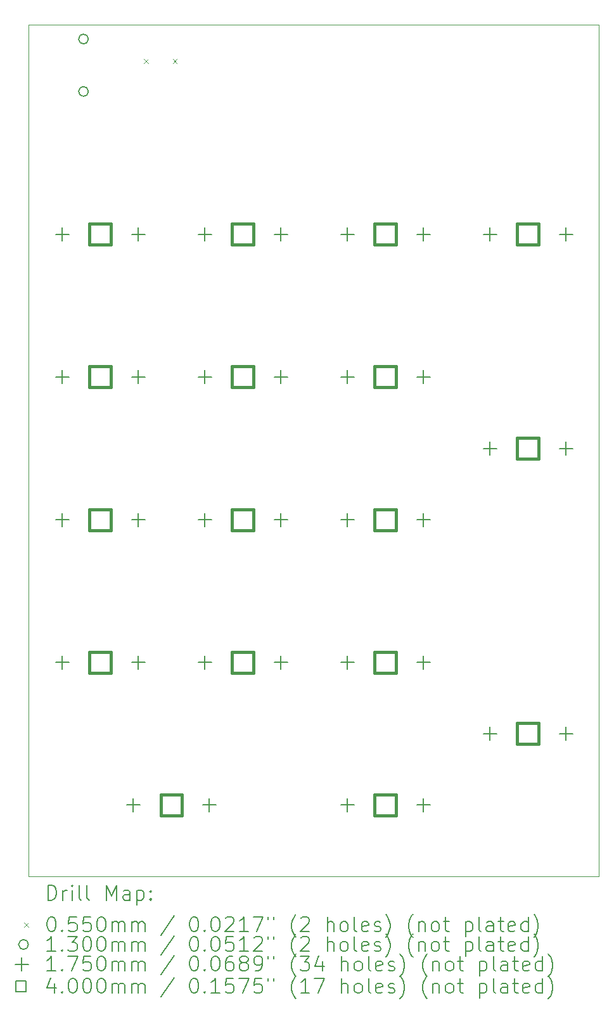
<source format=gbr>
%TF.GenerationSoftware,KiCad,Pcbnew,7.0.5-7.0.5~ubuntu22.04.1*%
%TF.CreationDate,2023-07-02T16:02:55+02:00*%
%TF.ProjectId,keyboard,6b657962-6f61-4726-942e-6b696361645f,v1.0*%
%TF.SameCoordinates,Original*%
%TF.FileFunction,Drillmap*%
%TF.FilePolarity,Positive*%
%FSLAX45Y45*%
G04 Gerber Fmt 4.5, Leading zero omitted, Abs format (unit mm)*
G04 Created by KiCad (PCBNEW 7.0.5-7.0.5~ubuntu22.04.1) date 2023-07-02 16:02:55*
%MOMM*%
%LPD*%
G01*
G04 APERTURE LIST*
%ADD10C,0.100000*%
%ADD11C,0.200000*%
%ADD12C,0.055000*%
%ADD13C,0.130000*%
%ADD14C,0.175000*%
%ADD15C,0.400000*%
G04 APERTURE END LIST*
D10*
X11430000Y-3429000D02*
X19050000Y-3429000D01*
X19050000Y-14808200D01*
X11430000Y-14808200D01*
X11430000Y-3429000D01*
D11*
D12*
X12969660Y-3885740D02*
X13024660Y-3940740D01*
X13024660Y-3885740D02*
X12969660Y-3940740D01*
X13354660Y-3885740D02*
X13409660Y-3940740D01*
X13409660Y-3885740D02*
X13354660Y-3940740D01*
D13*
X12226520Y-3619080D02*
G75*
G03*
X12226520Y-3619080I-65000J0D01*
G01*
X12226520Y-4319080D02*
G75*
G03*
X12226520Y-4319080I-65000J0D01*
G01*
D14*
X11877040Y-6140580D02*
X11877040Y-6315580D01*
X11789540Y-6228080D02*
X11964540Y-6228080D01*
X11877040Y-8045580D02*
X11877040Y-8220580D01*
X11789540Y-8133080D02*
X11964540Y-8133080D01*
X11877040Y-9955660D02*
X11877040Y-10130660D01*
X11789540Y-10043160D02*
X11964540Y-10043160D01*
X11877040Y-11860660D02*
X11877040Y-12035660D01*
X11789540Y-11948160D02*
X11964540Y-11948160D01*
X12827000Y-13765660D02*
X12827000Y-13940660D01*
X12739500Y-13853160D02*
X12914500Y-13853160D01*
X12893040Y-6140580D02*
X12893040Y-6315580D01*
X12805540Y-6228080D02*
X12980540Y-6228080D01*
X12893040Y-8045580D02*
X12893040Y-8220580D01*
X12805540Y-8133080D02*
X12980540Y-8133080D01*
X12893040Y-9955660D02*
X12893040Y-10130660D01*
X12805540Y-10043160D02*
X12980540Y-10043160D01*
X12893040Y-11860660D02*
X12893040Y-12035660D01*
X12805540Y-11948160D02*
X12980540Y-11948160D01*
X13782040Y-6140580D02*
X13782040Y-6315580D01*
X13694540Y-6228080D02*
X13869540Y-6228080D01*
X13782040Y-8045580D02*
X13782040Y-8220580D01*
X13694540Y-8133080D02*
X13869540Y-8133080D01*
X13782040Y-9955660D02*
X13782040Y-10130660D01*
X13694540Y-10043160D02*
X13869540Y-10043160D01*
X13782040Y-11860660D02*
X13782040Y-12035660D01*
X13694540Y-11948160D02*
X13869540Y-11948160D01*
X13843000Y-13765660D02*
X13843000Y-13940660D01*
X13755500Y-13853160D02*
X13930500Y-13853160D01*
X14798040Y-6140580D02*
X14798040Y-6315580D01*
X14710540Y-6228080D02*
X14885540Y-6228080D01*
X14798040Y-8045580D02*
X14798040Y-8220580D01*
X14710540Y-8133080D02*
X14885540Y-8133080D01*
X14798040Y-9955660D02*
X14798040Y-10130660D01*
X14710540Y-10043160D02*
X14885540Y-10043160D01*
X14798040Y-11860660D02*
X14798040Y-12035660D01*
X14710540Y-11948160D02*
X14885540Y-11948160D01*
X15687040Y-6140580D02*
X15687040Y-6315580D01*
X15599540Y-6228080D02*
X15774540Y-6228080D01*
X15687040Y-8045580D02*
X15687040Y-8220580D01*
X15599540Y-8133080D02*
X15774540Y-8133080D01*
X15687040Y-9955660D02*
X15687040Y-10130660D01*
X15599540Y-10043160D02*
X15774540Y-10043160D01*
X15687040Y-11860660D02*
X15687040Y-12035660D01*
X15599540Y-11948160D02*
X15774540Y-11948160D01*
X15687040Y-13765660D02*
X15687040Y-13940660D01*
X15599540Y-13853160D02*
X15774540Y-13853160D01*
X16703040Y-6140580D02*
X16703040Y-6315580D01*
X16615540Y-6228080D02*
X16790540Y-6228080D01*
X16703040Y-8045580D02*
X16703040Y-8220580D01*
X16615540Y-8133080D02*
X16790540Y-8133080D01*
X16703040Y-9955660D02*
X16703040Y-10130660D01*
X16615540Y-10043160D02*
X16790540Y-10043160D01*
X16703040Y-11860660D02*
X16703040Y-12035660D01*
X16615540Y-11948160D02*
X16790540Y-11948160D01*
X16703040Y-13765660D02*
X16703040Y-13940660D01*
X16615540Y-13853160D02*
X16790540Y-13853160D01*
X17592040Y-6140580D02*
X17592040Y-6315580D01*
X17504540Y-6228080D02*
X17679540Y-6228080D01*
X17592040Y-9000620D02*
X17592040Y-9175620D01*
X17504540Y-9088120D02*
X17679540Y-9088120D01*
X17592040Y-12810620D02*
X17592040Y-12985620D01*
X17504540Y-12898120D02*
X17679540Y-12898120D01*
X18608040Y-6140580D02*
X18608040Y-6315580D01*
X18520540Y-6228080D02*
X18695540Y-6228080D01*
X18608040Y-9000620D02*
X18608040Y-9175620D01*
X18520540Y-9088120D02*
X18695540Y-9088120D01*
X18608040Y-12810620D02*
X18608040Y-12985620D01*
X18520540Y-12898120D02*
X18695540Y-12898120D01*
D15*
X12526463Y-6369503D02*
X12526463Y-6086657D01*
X12243617Y-6086657D01*
X12243617Y-6369503D01*
X12526463Y-6369503D01*
X12526463Y-8274503D02*
X12526463Y-7991657D01*
X12243617Y-7991657D01*
X12243617Y-8274503D01*
X12526463Y-8274503D01*
X12526463Y-10184583D02*
X12526463Y-9901737D01*
X12243617Y-9901737D01*
X12243617Y-10184583D01*
X12526463Y-10184583D01*
X12526463Y-12089583D02*
X12526463Y-11806737D01*
X12243617Y-11806737D01*
X12243617Y-12089583D01*
X12526463Y-12089583D01*
X13476423Y-13994583D02*
X13476423Y-13711737D01*
X13193577Y-13711737D01*
X13193577Y-13994583D01*
X13476423Y-13994583D01*
X14431463Y-6369503D02*
X14431463Y-6086657D01*
X14148617Y-6086657D01*
X14148617Y-6369503D01*
X14431463Y-6369503D01*
X14431463Y-8274503D02*
X14431463Y-7991657D01*
X14148617Y-7991657D01*
X14148617Y-8274503D01*
X14431463Y-8274503D01*
X14431463Y-10184583D02*
X14431463Y-9901737D01*
X14148617Y-9901737D01*
X14148617Y-10184583D01*
X14431463Y-10184583D01*
X14431463Y-12089583D02*
X14431463Y-11806737D01*
X14148617Y-11806737D01*
X14148617Y-12089583D01*
X14431463Y-12089583D01*
X16336463Y-6369503D02*
X16336463Y-6086657D01*
X16053617Y-6086657D01*
X16053617Y-6369503D01*
X16336463Y-6369503D01*
X16336463Y-8274503D02*
X16336463Y-7991657D01*
X16053617Y-7991657D01*
X16053617Y-8274503D01*
X16336463Y-8274503D01*
X16336463Y-10184583D02*
X16336463Y-9901737D01*
X16053617Y-9901737D01*
X16053617Y-10184583D01*
X16336463Y-10184583D01*
X16336463Y-12089583D02*
X16336463Y-11806737D01*
X16053617Y-11806737D01*
X16053617Y-12089583D01*
X16336463Y-12089583D01*
X16336463Y-13994583D02*
X16336463Y-13711737D01*
X16053617Y-13711737D01*
X16053617Y-13994583D01*
X16336463Y-13994583D01*
X18241463Y-6369503D02*
X18241463Y-6086657D01*
X17958617Y-6086657D01*
X17958617Y-6369503D01*
X18241463Y-6369503D01*
X18241463Y-9229543D02*
X18241463Y-8946697D01*
X17958617Y-8946697D01*
X17958617Y-9229543D01*
X18241463Y-9229543D01*
X18241463Y-13039543D02*
X18241463Y-12756697D01*
X17958617Y-12756697D01*
X17958617Y-13039543D01*
X18241463Y-13039543D01*
D11*
X11685777Y-15124684D02*
X11685777Y-14924684D01*
X11685777Y-14924684D02*
X11733396Y-14924684D01*
X11733396Y-14924684D02*
X11761967Y-14934208D01*
X11761967Y-14934208D02*
X11781015Y-14953255D01*
X11781015Y-14953255D02*
X11790539Y-14972303D01*
X11790539Y-14972303D02*
X11800062Y-15010398D01*
X11800062Y-15010398D02*
X11800062Y-15038969D01*
X11800062Y-15038969D02*
X11790539Y-15077065D01*
X11790539Y-15077065D02*
X11781015Y-15096112D01*
X11781015Y-15096112D02*
X11761967Y-15115160D01*
X11761967Y-15115160D02*
X11733396Y-15124684D01*
X11733396Y-15124684D02*
X11685777Y-15124684D01*
X11885777Y-15124684D02*
X11885777Y-14991350D01*
X11885777Y-15029446D02*
X11895301Y-15010398D01*
X11895301Y-15010398D02*
X11904824Y-15000874D01*
X11904824Y-15000874D02*
X11923872Y-14991350D01*
X11923872Y-14991350D02*
X11942920Y-14991350D01*
X12009586Y-15124684D02*
X12009586Y-14991350D01*
X12009586Y-14924684D02*
X12000062Y-14934208D01*
X12000062Y-14934208D02*
X12009586Y-14943731D01*
X12009586Y-14943731D02*
X12019110Y-14934208D01*
X12019110Y-14934208D02*
X12009586Y-14924684D01*
X12009586Y-14924684D02*
X12009586Y-14943731D01*
X12133396Y-15124684D02*
X12114348Y-15115160D01*
X12114348Y-15115160D02*
X12104824Y-15096112D01*
X12104824Y-15096112D02*
X12104824Y-14924684D01*
X12238158Y-15124684D02*
X12219110Y-15115160D01*
X12219110Y-15115160D02*
X12209586Y-15096112D01*
X12209586Y-15096112D02*
X12209586Y-14924684D01*
X12466729Y-15124684D02*
X12466729Y-14924684D01*
X12466729Y-14924684D02*
X12533396Y-15067541D01*
X12533396Y-15067541D02*
X12600062Y-14924684D01*
X12600062Y-14924684D02*
X12600062Y-15124684D01*
X12781015Y-15124684D02*
X12781015Y-15019922D01*
X12781015Y-15019922D02*
X12771491Y-15000874D01*
X12771491Y-15000874D02*
X12752443Y-14991350D01*
X12752443Y-14991350D02*
X12714348Y-14991350D01*
X12714348Y-14991350D02*
X12695301Y-15000874D01*
X12781015Y-15115160D02*
X12761967Y-15124684D01*
X12761967Y-15124684D02*
X12714348Y-15124684D01*
X12714348Y-15124684D02*
X12695301Y-15115160D01*
X12695301Y-15115160D02*
X12685777Y-15096112D01*
X12685777Y-15096112D02*
X12685777Y-15077065D01*
X12685777Y-15077065D02*
X12695301Y-15058017D01*
X12695301Y-15058017D02*
X12714348Y-15048493D01*
X12714348Y-15048493D02*
X12761967Y-15048493D01*
X12761967Y-15048493D02*
X12781015Y-15038969D01*
X12876253Y-14991350D02*
X12876253Y-15191350D01*
X12876253Y-15000874D02*
X12895301Y-14991350D01*
X12895301Y-14991350D02*
X12933396Y-14991350D01*
X12933396Y-14991350D02*
X12952443Y-15000874D01*
X12952443Y-15000874D02*
X12961967Y-15010398D01*
X12961967Y-15010398D02*
X12971491Y-15029446D01*
X12971491Y-15029446D02*
X12971491Y-15086588D01*
X12971491Y-15086588D02*
X12961967Y-15105636D01*
X12961967Y-15105636D02*
X12952443Y-15115160D01*
X12952443Y-15115160D02*
X12933396Y-15124684D01*
X12933396Y-15124684D02*
X12895301Y-15124684D01*
X12895301Y-15124684D02*
X12876253Y-15115160D01*
X13057205Y-15105636D02*
X13066729Y-15115160D01*
X13066729Y-15115160D02*
X13057205Y-15124684D01*
X13057205Y-15124684D02*
X13047682Y-15115160D01*
X13047682Y-15115160D02*
X13057205Y-15105636D01*
X13057205Y-15105636D02*
X13057205Y-15124684D01*
X13057205Y-15000874D02*
X13066729Y-15010398D01*
X13066729Y-15010398D02*
X13057205Y-15019922D01*
X13057205Y-15019922D02*
X13047682Y-15010398D01*
X13047682Y-15010398D02*
X13057205Y-15000874D01*
X13057205Y-15000874D02*
X13057205Y-15019922D01*
D12*
X11370000Y-15425700D02*
X11425000Y-15480700D01*
X11425000Y-15425700D02*
X11370000Y-15480700D01*
D11*
X11723872Y-15344684D02*
X11742920Y-15344684D01*
X11742920Y-15344684D02*
X11761967Y-15354208D01*
X11761967Y-15354208D02*
X11771491Y-15363731D01*
X11771491Y-15363731D02*
X11781015Y-15382779D01*
X11781015Y-15382779D02*
X11790539Y-15420874D01*
X11790539Y-15420874D02*
X11790539Y-15468493D01*
X11790539Y-15468493D02*
X11781015Y-15506588D01*
X11781015Y-15506588D02*
X11771491Y-15525636D01*
X11771491Y-15525636D02*
X11761967Y-15535160D01*
X11761967Y-15535160D02*
X11742920Y-15544684D01*
X11742920Y-15544684D02*
X11723872Y-15544684D01*
X11723872Y-15544684D02*
X11704824Y-15535160D01*
X11704824Y-15535160D02*
X11695301Y-15525636D01*
X11695301Y-15525636D02*
X11685777Y-15506588D01*
X11685777Y-15506588D02*
X11676253Y-15468493D01*
X11676253Y-15468493D02*
X11676253Y-15420874D01*
X11676253Y-15420874D02*
X11685777Y-15382779D01*
X11685777Y-15382779D02*
X11695301Y-15363731D01*
X11695301Y-15363731D02*
X11704824Y-15354208D01*
X11704824Y-15354208D02*
X11723872Y-15344684D01*
X11876253Y-15525636D02*
X11885777Y-15535160D01*
X11885777Y-15535160D02*
X11876253Y-15544684D01*
X11876253Y-15544684D02*
X11866729Y-15535160D01*
X11866729Y-15535160D02*
X11876253Y-15525636D01*
X11876253Y-15525636D02*
X11876253Y-15544684D01*
X12066729Y-15344684D02*
X11971491Y-15344684D01*
X11971491Y-15344684D02*
X11961967Y-15439922D01*
X11961967Y-15439922D02*
X11971491Y-15430398D01*
X11971491Y-15430398D02*
X11990539Y-15420874D01*
X11990539Y-15420874D02*
X12038158Y-15420874D01*
X12038158Y-15420874D02*
X12057205Y-15430398D01*
X12057205Y-15430398D02*
X12066729Y-15439922D01*
X12066729Y-15439922D02*
X12076253Y-15458969D01*
X12076253Y-15458969D02*
X12076253Y-15506588D01*
X12076253Y-15506588D02*
X12066729Y-15525636D01*
X12066729Y-15525636D02*
X12057205Y-15535160D01*
X12057205Y-15535160D02*
X12038158Y-15544684D01*
X12038158Y-15544684D02*
X11990539Y-15544684D01*
X11990539Y-15544684D02*
X11971491Y-15535160D01*
X11971491Y-15535160D02*
X11961967Y-15525636D01*
X12257205Y-15344684D02*
X12161967Y-15344684D01*
X12161967Y-15344684D02*
X12152443Y-15439922D01*
X12152443Y-15439922D02*
X12161967Y-15430398D01*
X12161967Y-15430398D02*
X12181015Y-15420874D01*
X12181015Y-15420874D02*
X12228634Y-15420874D01*
X12228634Y-15420874D02*
X12247682Y-15430398D01*
X12247682Y-15430398D02*
X12257205Y-15439922D01*
X12257205Y-15439922D02*
X12266729Y-15458969D01*
X12266729Y-15458969D02*
X12266729Y-15506588D01*
X12266729Y-15506588D02*
X12257205Y-15525636D01*
X12257205Y-15525636D02*
X12247682Y-15535160D01*
X12247682Y-15535160D02*
X12228634Y-15544684D01*
X12228634Y-15544684D02*
X12181015Y-15544684D01*
X12181015Y-15544684D02*
X12161967Y-15535160D01*
X12161967Y-15535160D02*
X12152443Y-15525636D01*
X12390539Y-15344684D02*
X12409586Y-15344684D01*
X12409586Y-15344684D02*
X12428634Y-15354208D01*
X12428634Y-15354208D02*
X12438158Y-15363731D01*
X12438158Y-15363731D02*
X12447682Y-15382779D01*
X12447682Y-15382779D02*
X12457205Y-15420874D01*
X12457205Y-15420874D02*
X12457205Y-15468493D01*
X12457205Y-15468493D02*
X12447682Y-15506588D01*
X12447682Y-15506588D02*
X12438158Y-15525636D01*
X12438158Y-15525636D02*
X12428634Y-15535160D01*
X12428634Y-15535160D02*
X12409586Y-15544684D01*
X12409586Y-15544684D02*
X12390539Y-15544684D01*
X12390539Y-15544684D02*
X12371491Y-15535160D01*
X12371491Y-15535160D02*
X12361967Y-15525636D01*
X12361967Y-15525636D02*
X12352443Y-15506588D01*
X12352443Y-15506588D02*
X12342920Y-15468493D01*
X12342920Y-15468493D02*
X12342920Y-15420874D01*
X12342920Y-15420874D02*
X12352443Y-15382779D01*
X12352443Y-15382779D02*
X12361967Y-15363731D01*
X12361967Y-15363731D02*
X12371491Y-15354208D01*
X12371491Y-15354208D02*
X12390539Y-15344684D01*
X12542920Y-15544684D02*
X12542920Y-15411350D01*
X12542920Y-15430398D02*
X12552443Y-15420874D01*
X12552443Y-15420874D02*
X12571491Y-15411350D01*
X12571491Y-15411350D02*
X12600063Y-15411350D01*
X12600063Y-15411350D02*
X12619110Y-15420874D01*
X12619110Y-15420874D02*
X12628634Y-15439922D01*
X12628634Y-15439922D02*
X12628634Y-15544684D01*
X12628634Y-15439922D02*
X12638158Y-15420874D01*
X12638158Y-15420874D02*
X12657205Y-15411350D01*
X12657205Y-15411350D02*
X12685777Y-15411350D01*
X12685777Y-15411350D02*
X12704824Y-15420874D01*
X12704824Y-15420874D02*
X12714348Y-15439922D01*
X12714348Y-15439922D02*
X12714348Y-15544684D01*
X12809586Y-15544684D02*
X12809586Y-15411350D01*
X12809586Y-15430398D02*
X12819110Y-15420874D01*
X12819110Y-15420874D02*
X12838158Y-15411350D01*
X12838158Y-15411350D02*
X12866729Y-15411350D01*
X12866729Y-15411350D02*
X12885777Y-15420874D01*
X12885777Y-15420874D02*
X12895301Y-15439922D01*
X12895301Y-15439922D02*
X12895301Y-15544684D01*
X12895301Y-15439922D02*
X12904824Y-15420874D01*
X12904824Y-15420874D02*
X12923872Y-15411350D01*
X12923872Y-15411350D02*
X12952443Y-15411350D01*
X12952443Y-15411350D02*
X12971491Y-15420874D01*
X12971491Y-15420874D02*
X12981015Y-15439922D01*
X12981015Y-15439922D02*
X12981015Y-15544684D01*
X13371491Y-15335160D02*
X13200063Y-15592303D01*
X13628634Y-15344684D02*
X13647682Y-15344684D01*
X13647682Y-15344684D02*
X13666729Y-15354208D01*
X13666729Y-15354208D02*
X13676253Y-15363731D01*
X13676253Y-15363731D02*
X13685777Y-15382779D01*
X13685777Y-15382779D02*
X13695301Y-15420874D01*
X13695301Y-15420874D02*
X13695301Y-15468493D01*
X13695301Y-15468493D02*
X13685777Y-15506588D01*
X13685777Y-15506588D02*
X13676253Y-15525636D01*
X13676253Y-15525636D02*
X13666729Y-15535160D01*
X13666729Y-15535160D02*
X13647682Y-15544684D01*
X13647682Y-15544684D02*
X13628634Y-15544684D01*
X13628634Y-15544684D02*
X13609586Y-15535160D01*
X13609586Y-15535160D02*
X13600063Y-15525636D01*
X13600063Y-15525636D02*
X13590539Y-15506588D01*
X13590539Y-15506588D02*
X13581015Y-15468493D01*
X13581015Y-15468493D02*
X13581015Y-15420874D01*
X13581015Y-15420874D02*
X13590539Y-15382779D01*
X13590539Y-15382779D02*
X13600063Y-15363731D01*
X13600063Y-15363731D02*
X13609586Y-15354208D01*
X13609586Y-15354208D02*
X13628634Y-15344684D01*
X13781015Y-15525636D02*
X13790539Y-15535160D01*
X13790539Y-15535160D02*
X13781015Y-15544684D01*
X13781015Y-15544684D02*
X13771491Y-15535160D01*
X13771491Y-15535160D02*
X13781015Y-15525636D01*
X13781015Y-15525636D02*
X13781015Y-15544684D01*
X13914348Y-15344684D02*
X13933396Y-15344684D01*
X13933396Y-15344684D02*
X13952444Y-15354208D01*
X13952444Y-15354208D02*
X13961967Y-15363731D01*
X13961967Y-15363731D02*
X13971491Y-15382779D01*
X13971491Y-15382779D02*
X13981015Y-15420874D01*
X13981015Y-15420874D02*
X13981015Y-15468493D01*
X13981015Y-15468493D02*
X13971491Y-15506588D01*
X13971491Y-15506588D02*
X13961967Y-15525636D01*
X13961967Y-15525636D02*
X13952444Y-15535160D01*
X13952444Y-15535160D02*
X13933396Y-15544684D01*
X13933396Y-15544684D02*
X13914348Y-15544684D01*
X13914348Y-15544684D02*
X13895301Y-15535160D01*
X13895301Y-15535160D02*
X13885777Y-15525636D01*
X13885777Y-15525636D02*
X13876253Y-15506588D01*
X13876253Y-15506588D02*
X13866729Y-15468493D01*
X13866729Y-15468493D02*
X13866729Y-15420874D01*
X13866729Y-15420874D02*
X13876253Y-15382779D01*
X13876253Y-15382779D02*
X13885777Y-15363731D01*
X13885777Y-15363731D02*
X13895301Y-15354208D01*
X13895301Y-15354208D02*
X13914348Y-15344684D01*
X14057206Y-15363731D02*
X14066729Y-15354208D01*
X14066729Y-15354208D02*
X14085777Y-15344684D01*
X14085777Y-15344684D02*
X14133396Y-15344684D01*
X14133396Y-15344684D02*
X14152444Y-15354208D01*
X14152444Y-15354208D02*
X14161967Y-15363731D01*
X14161967Y-15363731D02*
X14171491Y-15382779D01*
X14171491Y-15382779D02*
X14171491Y-15401827D01*
X14171491Y-15401827D02*
X14161967Y-15430398D01*
X14161967Y-15430398D02*
X14047682Y-15544684D01*
X14047682Y-15544684D02*
X14171491Y-15544684D01*
X14361967Y-15544684D02*
X14247682Y-15544684D01*
X14304825Y-15544684D02*
X14304825Y-15344684D01*
X14304825Y-15344684D02*
X14285777Y-15373255D01*
X14285777Y-15373255D02*
X14266729Y-15392303D01*
X14266729Y-15392303D02*
X14247682Y-15401827D01*
X14428634Y-15344684D02*
X14561967Y-15344684D01*
X14561967Y-15344684D02*
X14476253Y-15544684D01*
X14628634Y-15344684D02*
X14628634Y-15382779D01*
X14704825Y-15344684D02*
X14704825Y-15382779D01*
X15000063Y-15620874D02*
X14990539Y-15611350D01*
X14990539Y-15611350D02*
X14971491Y-15582779D01*
X14971491Y-15582779D02*
X14961968Y-15563731D01*
X14961968Y-15563731D02*
X14952444Y-15535160D01*
X14952444Y-15535160D02*
X14942920Y-15487541D01*
X14942920Y-15487541D02*
X14942920Y-15449446D01*
X14942920Y-15449446D02*
X14952444Y-15401827D01*
X14952444Y-15401827D02*
X14961968Y-15373255D01*
X14961968Y-15373255D02*
X14971491Y-15354208D01*
X14971491Y-15354208D02*
X14990539Y-15325636D01*
X14990539Y-15325636D02*
X15000063Y-15316112D01*
X15066729Y-15363731D02*
X15076253Y-15354208D01*
X15076253Y-15354208D02*
X15095301Y-15344684D01*
X15095301Y-15344684D02*
X15142920Y-15344684D01*
X15142920Y-15344684D02*
X15161968Y-15354208D01*
X15161968Y-15354208D02*
X15171491Y-15363731D01*
X15171491Y-15363731D02*
X15181015Y-15382779D01*
X15181015Y-15382779D02*
X15181015Y-15401827D01*
X15181015Y-15401827D02*
X15171491Y-15430398D01*
X15171491Y-15430398D02*
X15057206Y-15544684D01*
X15057206Y-15544684D02*
X15181015Y-15544684D01*
X15419110Y-15544684D02*
X15419110Y-15344684D01*
X15504825Y-15544684D02*
X15504825Y-15439922D01*
X15504825Y-15439922D02*
X15495301Y-15420874D01*
X15495301Y-15420874D02*
X15476253Y-15411350D01*
X15476253Y-15411350D02*
X15447682Y-15411350D01*
X15447682Y-15411350D02*
X15428634Y-15420874D01*
X15428634Y-15420874D02*
X15419110Y-15430398D01*
X15628634Y-15544684D02*
X15609587Y-15535160D01*
X15609587Y-15535160D02*
X15600063Y-15525636D01*
X15600063Y-15525636D02*
X15590539Y-15506588D01*
X15590539Y-15506588D02*
X15590539Y-15449446D01*
X15590539Y-15449446D02*
X15600063Y-15430398D01*
X15600063Y-15430398D02*
X15609587Y-15420874D01*
X15609587Y-15420874D02*
X15628634Y-15411350D01*
X15628634Y-15411350D02*
X15657206Y-15411350D01*
X15657206Y-15411350D02*
X15676253Y-15420874D01*
X15676253Y-15420874D02*
X15685777Y-15430398D01*
X15685777Y-15430398D02*
X15695301Y-15449446D01*
X15695301Y-15449446D02*
X15695301Y-15506588D01*
X15695301Y-15506588D02*
X15685777Y-15525636D01*
X15685777Y-15525636D02*
X15676253Y-15535160D01*
X15676253Y-15535160D02*
X15657206Y-15544684D01*
X15657206Y-15544684D02*
X15628634Y-15544684D01*
X15809587Y-15544684D02*
X15790539Y-15535160D01*
X15790539Y-15535160D02*
X15781015Y-15516112D01*
X15781015Y-15516112D02*
X15781015Y-15344684D01*
X15961968Y-15535160D02*
X15942920Y-15544684D01*
X15942920Y-15544684D02*
X15904825Y-15544684D01*
X15904825Y-15544684D02*
X15885777Y-15535160D01*
X15885777Y-15535160D02*
X15876253Y-15516112D01*
X15876253Y-15516112D02*
X15876253Y-15439922D01*
X15876253Y-15439922D02*
X15885777Y-15420874D01*
X15885777Y-15420874D02*
X15904825Y-15411350D01*
X15904825Y-15411350D02*
X15942920Y-15411350D01*
X15942920Y-15411350D02*
X15961968Y-15420874D01*
X15961968Y-15420874D02*
X15971491Y-15439922D01*
X15971491Y-15439922D02*
X15971491Y-15458969D01*
X15971491Y-15458969D02*
X15876253Y-15478017D01*
X16047682Y-15535160D02*
X16066730Y-15544684D01*
X16066730Y-15544684D02*
X16104825Y-15544684D01*
X16104825Y-15544684D02*
X16123872Y-15535160D01*
X16123872Y-15535160D02*
X16133396Y-15516112D01*
X16133396Y-15516112D02*
X16133396Y-15506588D01*
X16133396Y-15506588D02*
X16123872Y-15487541D01*
X16123872Y-15487541D02*
X16104825Y-15478017D01*
X16104825Y-15478017D02*
X16076253Y-15478017D01*
X16076253Y-15478017D02*
X16057206Y-15468493D01*
X16057206Y-15468493D02*
X16047682Y-15449446D01*
X16047682Y-15449446D02*
X16047682Y-15439922D01*
X16047682Y-15439922D02*
X16057206Y-15420874D01*
X16057206Y-15420874D02*
X16076253Y-15411350D01*
X16076253Y-15411350D02*
X16104825Y-15411350D01*
X16104825Y-15411350D02*
X16123872Y-15420874D01*
X16200063Y-15620874D02*
X16209587Y-15611350D01*
X16209587Y-15611350D02*
X16228634Y-15582779D01*
X16228634Y-15582779D02*
X16238158Y-15563731D01*
X16238158Y-15563731D02*
X16247682Y-15535160D01*
X16247682Y-15535160D02*
X16257206Y-15487541D01*
X16257206Y-15487541D02*
X16257206Y-15449446D01*
X16257206Y-15449446D02*
X16247682Y-15401827D01*
X16247682Y-15401827D02*
X16238158Y-15373255D01*
X16238158Y-15373255D02*
X16228634Y-15354208D01*
X16228634Y-15354208D02*
X16209587Y-15325636D01*
X16209587Y-15325636D02*
X16200063Y-15316112D01*
X16561968Y-15620874D02*
X16552444Y-15611350D01*
X16552444Y-15611350D02*
X16533396Y-15582779D01*
X16533396Y-15582779D02*
X16523872Y-15563731D01*
X16523872Y-15563731D02*
X16514349Y-15535160D01*
X16514349Y-15535160D02*
X16504825Y-15487541D01*
X16504825Y-15487541D02*
X16504825Y-15449446D01*
X16504825Y-15449446D02*
X16514349Y-15401827D01*
X16514349Y-15401827D02*
X16523872Y-15373255D01*
X16523872Y-15373255D02*
X16533396Y-15354208D01*
X16533396Y-15354208D02*
X16552444Y-15325636D01*
X16552444Y-15325636D02*
X16561968Y-15316112D01*
X16638158Y-15411350D02*
X16638158Y-15544684D01*
X16638158Y-15430398D02*
X16647682Y-15420874D01*
X16647682Y-15420874D02*
X16666730Y-15411350D01*
X16666730Y-15411350D02*
X16695301Y-15411350D01*
X16695301Y-15411350D02*
X16714349Y-15420874D01*
X16714349Y-15420874D02*
X16723872Y-15439922D01*
X16723872Y-15439922D02*
X16723872Y-15544684D01*
X16847682Y-15544684D02*
X16828634Y-15535160D01*
X16828634Y-15535160D02*
X16819111Y-15525636D01*
X16819111Y-15525636D02*
X16809587Y-15506588D01*
X16809587Y-15506588D02*
X16809587Y-15449446D01*
X16809587Y-15449446D02*
X16819111Y-15430398D01*
X16819111Y-15430398D02*
X16828634Y-15420874D01*
X16828634Y-15420874D02*
X16847682Y-15411350D01*
X16847682Y-15411350D02*
X16876254Y-15411350D01*
X16876254Y-15411350D02*
X16895301Y-15420874D01*
X16895301Y-15420874D02*
X16904825Y-15430398D01*
X16904825Y-15430398D02*
X16914349Y-15449446D01*
X16914349Y-15449446D02*
X16914349Y-15506588D01*
X16914349Y-15506588D02*
X16904825Y-15525636D01*
X16904825Y-15525636D02*
X16895301Y-15535160D01*
X16895301Y-15535160D02*
X16876254Y-15544684D01*
X16876254Y-15544684D02*
X16847682Y-15544684D01*
X16971492Y-15411350D02*
X17047682Y-15411350D01*
X17000063Y-15344684D02*
X17000063Y-15516112D01*
X17000063Y-15516112D02*
X17009587Y-15535160D01*
X17009587Y-15535160D02*
X17028634Y-15544684D01*
X17028634Y-15544684D02*
X17047682Y-15544684D01*
X17266730Y-15411350D02*
X17266730Y-15611350D01*
X17266730Y-15420874D02*
X17285777Y-15411350D01*
X17285777Y-15411350D02*
X17323873Y-15411350D01*
X17323873Y-15411350D02*
X17342920Y-15420874D01*
X17342920Y-15420874D02*
X17352444Y-15430398D01*
X17352444Y-15430398D02*
X17361968Y-15449446D01*
X17361968Y-15449446D02*
X17361968Y-15506588D01*
X17361968Y-15506588D02*
X17352444Y-15525636D01*
X17352444Y-15525636D02*
X17342920Y-15535160D01*
X17342920Y-15535160D02*
X17323873Y-15544684D01*
X17323873Y-15544684D02*
X17285777Y-15544684D01*
X17285777Y-15544684D02*
X17266730Y-15535160D01*
X17476254Y-15544684D02*
X17457206Y-15535160D01*
X17457206Y-15535160D02*
X17447682Y-15516112D01*
X17447682Y-15516112D02*
X17447682Y-15344684D01*
X17638158Y-15544684D02*
X17638158Y-15439922D01*
X17638158Y-15439922D02*
X17628635Y-15420874D01*
X17628635Y-15420874D02*
X17609587Y-15411350D01*
X17609587Y-15411350D02*
X17571492Y-15411350D01*
X17571492Y-15411350D02*
X17552444Y-15420874D01*
X17638158Y-15535160D02*
X17619111Y-15544684D01*
X17619111Y-15544684D02*
X17571492Y-15544684D01*
X17571492Y-15544684D02*
X17552444Y-15535160D01*
X17552444Y-15535160D02*
X17542920Y-15516112D01*
X17542920Y-15516112D02*
X17542920Y-15497065D01*
X17542920Y-15497065D02*
X17552444Y-15478017D01*
X17552444Y-15478017D02*
X17571492Y-15468493D01*
X17571492Y-15468493D02*
X17619111Y-15468493D01*
X17619111Y-15468493D02*
X17638158Y-15458969D01*
X17704825Y-15411350D02*
X17781015Y-15411350D01*
X17733396Y-15344684D02*
X17733396Y-15516112D01*
X17733396Y-15516112D02*
X17742920Y-15535160D01*
X17742920Y-15535160D02*
X17761968Y-15544684D01*
X17761968Y-15544684D02*
X17781015Y-15544684D01*
X17923873Y-15535160D02*
X17904825Y-15544684D01*
X17904825Y-15544684D02*
X17866730Y-15544684D01*
X17866730Y-15544684D02*
X17847682Y-15535160D01*
X17847682Y-15535160D02*
X17838158Y-15516112D01*
X17838158Y-15516112D02*
X17838158Y-15439922D01*
X17838158Y-15439922D02*
X17847682Y-15420874D01*
X17847682Y-15420874D02*
X17866730Y-15411350D01*
X17866730Y-15411350D02*
X17904825Y-15411350D01*
X17904825Y-15411350D02*
X17923873Y-15420874D01*
X17923873Y-15420874D02*
X17933396Y-15439922D01*
X17933396Y-15439922D02*
X17933396Y-15458969D01*
X17933396Y-15458969D02*
X17838158Y-15478017D01*
X18104825Y-15544684D02*
X18104825Y-15344684D01*
X18104825Y-15535160D02*
X18085777Y-15544684D01*
X18085777Y-15544684D02*
X18047682Y-15544684D01*
X18047682Y-15544684D02*
X18028635Y-15535160D01*
X18028635Y-15535160D02*
X18019111Y-15525636D01*
X18019111Y-15525636D02*
X18009587Y-15506588D01*
X18009587Y-15506588D02*
X18009587Y-15449446D01*
X18009587Y-15449446D02*
X18019111Y-15430398D01*
X18019111Y-15430398D02*
X18028635Y-15420874D01*
X18028635Y-15420874D02*
X18047682Y-15411350D01*
X18047682Y-15411350D02*
X18085777Y-15411350D01*
X18085777Y-15411350D02*
X18104825Y-15420874D01*
X18181016Y-15620874D02*
X18190539Y-15611350D01*
X18190539Y-15611350D02*
X18209587Y-15582779D01*
X18209587Y-15582779D02*
X18219111Y-15563731D01*
X18219111Y-15563731D02*
X18228635Y-15535160D01*
X18228635Y-15535160D02*
X18238158Y-15487541D01*
X18238158Y-15487541D02*
X18238158Y-15449446D01*
X18238158Y-15449446D02*
X18228635Y-15401827D01*
X18228635Y-15401827D02*
X18219111Y-15373255D01*
X18219111Y-15373255D02*
X18209587Y-15354208D01*
X18209587Y-15354208D02*
X18190539Y-15325636D01*
X18190539Y-15325636D02*
X18181016Y-15316112D01*
D13*
X11425000Y-15717200D02*
G75*
G03*
X11425000Y-15717200I-65000J0D01*
G01*
D11*
X11790539Y-15808684D02*
X11676253Y-15808684D01*
X11733396Y-15808684D02*
X11733396Y-15608684D01*
X11733396Y-15608684D02*
X11714348Y-15637255D01*
X11714348Y-15637255D02*
X11695301Y-15656303D01*
X11695301Y-15656303D02*
X11676253Y-15665827D01*
X11876253Y-15789636D02*
X11885777Y-15799160D01*
X11885777Y-15799160D02*
X11876253Y-15808684D01*
X11876253Y-15808684D02*
X11866729Y-15799160D01*
X11866729Y-15799160D02*
X11876253Y-15789636D01*
X11876253Y-15789636D02*
X11876253Y-15808684D01*
X11952443Y-15608684D02*
X12076253Y-15608684D01*
X12076253Y-15608684D02*
X12009586Y-15684874D01*
X12009586Y-15684874D02*
X12038158Y-15684874D01*
X12038158Y-15684874D02*
X12057205Y-15694398D01*
X12057205Y-15694398D02*
X12066729Y-15703922D01*
X12066729Y-15703922D02*
X12076253Y-15722969D01*
X12076253Y-15722969D02*
X12076253Y-15770588D01*
X12076253Y-15770588D02*
X12066729Y-15789636D01*
X12066729Y-15789636D02*
X12057205Y-15799160D01*
X12057205Y-15799160D02*
X12038158Y-15808684D01*
X12038158Y-15808684D02*
X11981015Y-15808684D01*
X11981015Y-15808684D02*
X11961967Y-15799160D01*
X11961967Y-15799160D02*
X11952443Y-15789636D01*
X12200062Y-15608684D02*
X12219110Y-15608684D01*
X12219110Y-15608684D02*
X12238158Y-15618208D01*
X12238158Y-15618208D02*
X12247682Y-15627731D01*
X12247682Y-15627731D02*
X12257205Y-15646779D01*
X12257205Y-15646779D02*
X12266729Y-15684874D01*
X12266729Y-15684874D02*
X12266729Y-15732493D01*
X12266729Y-15732493D02*
X12257205Y-15770588D01*
X12257205Y-15770588D02*
X12247682Y-15789636D01*
X12247682Y-15789636D02*
X12238158Y-15799160D01*
X12238158Y-15799160D02*
X12219110Y-15808684D01*
X12219110Y-15808684D02*
X12200062Y-15808684D01*
X12200062Y-15808684D02*
X12181015Y-15799160D01*
X12181015Y-15799160D02*
X12171491Y-15789636D01*
X12171491Y-15789636D02*
X12161967Y-15770588D01*
X12161967Y-15770588D02*
X12152443Y-15732493D01*
X12152443Y-15732493D02*
X12152443Y-15684874D01*
X12152443Y-15684874D02*
X12161967Y-15646779D01*
X12161967Y-15646779D02*
X12171491Y-15627731D01*
X12171491Y-15627731D02*
X12181015Y-15618208D01*
X12181015Y-15618208D02*
X12200062Y-15608684D01*
X12390539Y-15608684D02*
X12409586Y-15608684D01*
X12409586Y-15608684D02*
X12428634Y-15618208D01*
X12428634Y-15618208D02*
X12438158Y-15627731D01*
X12438158Y-15627731D02*
X12447682Y-15646779D01*
X12447682Y-15646779D02*
X12457205Y-15684874D01*
X12457205Y-15684874D02*
X12457205Y-15732493D01*
X12457205Y-15732493D02*
X12447682Y-15770588D01*
X12447682Y-15770588D02*
X12438158Y-15789636D01*
X12438158Y-15789636D02*
X12428634Y-15799160D01*
X12428634Y-15799160D02*
X12409586Y-15808684D01*
X12409586Y-15808684D02*
X12390539Y-15808684D01*
X12390539Y-15808684D02*
X12371491Y-15799160D01*
X12371491Y-15799160D02*
X12361967Y-15789636D01*
X12361967Y-15789636D02*
X12352443Y-15770588D01*
X12352443Y-15770588D02*
X12342920Y-15732493D01*
X12342920Y-15732493D02*
X12342920Y-15684874D01*
X12342920Y-15684874D02*
X12352443Y-15646779D01*
X12352443Y-15646779D02*
X12361967Y-15627731D01*
X12361967Y-15627731D02*
X12371491Y-15618208D01*
X12371491Y-15618208D02*
X12390539Y-15608684D01*
X12542920Y-15808684D02*
X12542920Y-15675350D01*
X12542920Y-15694398D02*
X12552443Y-15684874D01*
X12552443Y-15684874D02*
X12571491Y-15675350D01*
X12571491Y-15675350D02*
X12600063Y-15675350D01*
X12600063Y-15675350D02*
X12619110Y-15684874D01*
X12619110Y-15684874D02*
X12628634Y-15703922D01*
X12628634Y-15703922D02*
X12628634Y-15808684D01*
X12628634Y-15703922D02*
X12638158Y-15684874D01*
X12638158Y-15684874D02*
X12657205Y-15675350D01*
X12657205Y-15675350D02*
X12685777Y-15675350D01*
X12685777Y-15675350D02*
X12704824Y-15684874D01*
X12704824Y-15684874D02*
X12714348Y-15703922D01*
X12714348Y-15703922D02*
X12714348Y-15808684D01*
X12809586Y-15808684D02*
X12809586Y-15675350D01*
X12809586Y-15694398D02*
X12819110Y-15684874D01*
X12819110Y-15684874D02*
X12838158Y-15675350D01*
X12838158Y-15675350D02*
X12866729Y-15675350D01*
X12866729Y-15675350D02*
X12885777Y-15684874D01*
X12885777Y-15684874D02*
X12895301Y-15703922D01*
X12895301Y-15703922D02*
X12895301Y-15808684D01*
X12895301Y-15703922D02*
X12904824Y-15684874D01*
X12904824Y-15684874D02*
X12923872Y-15675350D01*
X12923872Y-15675350D02*
X12952443Y-15675350D01*
X12952443Y-15675350D02*
X12971491Y-15684874D01*
X12971491Y-15684874D02*
X12981015Y-15703922D01*
X12981015Y-15703922D02*
X12981015Y-15808684D01*
X13371491Y-15599160D02*
X13200063Y-15856303D01*
X13628634Y-15608684D02*
X13647682Y-15608684D01*
X13647682Y-15608684D02*
X13666729Y-15618208D01*
X13666729Y-15618208D02*
X13676253Y-15627731D01*
X13676253Y-15627731D02*
X13685777Y-15646779D01*
X13685777Y-15646779D02*
X13695301Y-15684874D01*
X13695301Y-15684874D02*
X13695301Y-15732493D01*
X13695301Y-15732493D02*
X13685777Y-15770588D01*
X13685777Y-15770588D02*
X13676253Y-15789636D01*
X13676253Y-15789636D02*
X13666729Y-15799160D01*
X13666729Y-15799160D02*
X13647682Y-15808684D01*
X13647682Y-15808684D02*
X13628634Y-15808684D01*
X13628634Y-15808684D02*
X13609586Y-15799160D01*
X13609586Y-15799160D02*
X13600063Y-15789636D01*
X13600063Y-15789636D02*
X13590539Y-15770588D01*
X13590539Y-15770588D02*
X13581015Y-15732493D01*
X13581015Y-15732493D02*
X13581015Y-15684874D01*
X13581015Y-15684874D02*
X13590539Y-15646779D01*
X13590539Y-15646779D02*
X13600063Y-15627731D01*
X13600063Y-15627731D02*
X13609586Y-15618208D01*
X13609586Y-15618208D02*
X13628634Y-15608684D01*
X13781015Y-15789636D02*
X13790539Y-15799160D01*
X13790539Y-15799160D02*
X13781015Y-15808684D01*
X13781015Y-15808684D02*
X13771491Y-15799160D01*
X13771491Y-15799160D02*
X13781015Y-15789636D01*
X13781015Y-15789636D02*
X13781015Y-15808684D01*
X13914348Y-15608684D02*
X13933396Y-15608684D01*
X13933396Y-15608684D02*
X13952444Y-15618208D01*
X13952444Y-15618208D02*
X13961967Y-15627731D01*
X13961967Y-15627731D02*
X13971491Y-15646779D01*
X13971491Y-15646779D02*
X13981015Y-15684874D01*
X13981015Y-15684874D02*
X13981015Y-15732493D01*
X13981015Y-15732493D02*
X13971491Y-15770588D01*
X13971491Y-15770588D02*
X13961967Y-15789636D01*
X13961967Y-15789636D02*
X13952444Y-15799160D01*
X13952444Y-15799160D02*
X13933396Y-15808684D01*
X13933396Y-15808684D02*
X13914348Y-15808684D01*
X13914348Y-15808684D02*
X13895301Y-15799160D01*
X13895301Y-15799160D02*
X13885777Y-15789636D01*
X13885777Y-15789636D02*
X13876253Y-15770588D01*
X13876253Y-15770588D02*
X13866729Y-15732493D01*
X13866729Y-15732493D02*
X13866729Y-15684874D01*
X13866729Y-15684874D02*
X13876253Y-15646779D01*
X13876253Y-15646779D02*
X13885777Y-15627731D01*
X13885777Y-15627731D02*
X13895301Y-15618208D01*
X13895301Y-15618208D02*
X13914348Y-15608684D01*
X14161967Y-15608684D02*
X14066729Y-15608684D01*
X14066729Y-15608684D02*
X14057206Y-15703922D01*
X14057206Y-15703922D02*
X14066729Y-15694398D01*
X14066729Y-15694398D02*
X14085777Y-15684874D01*
X14085777Y-15684874D02*
X14133396Y-15684874D01*
X14133396Y-15684874D02*
X14152444Y-15694398D01*
X14152444Y-15694398D02*
X14161967Y-15703922D01*
X14161967Y-15703922D02*
X14171491Y-15722969D01*
X14171491Y-15722969D02*
X14171491Y-15770588D01*
X14171491Y-15770588D02*
X14161967Y-15789636D01*
X14161967Y-15789636D02*
X14152444Y-15799160D01*
X14152444Y-15799160D02*
X14133396Y-15808684D01*
X14133396Y-15808684D02*
X14085777Y-15808684D01*
X14085777Y-15808684D02*
X14066729Y-15799160D01*
X14066729Y-15799160D02*
X14057206Y-15789636D01*
X14361967Y-15808684D02*
X14247682Y-15808684D01*
X14304825Y-15808684D02*
X14304825Y-15608684D01*
X14304825Y-15608684D02*
X14285777Y-15637255D01*
X14285777Y-15637255D02*
X14266729Y-15656303D01*
X14266729Y-15656303D02*
X14247682Y-15665827D01*
X14438158Y-15627731D02*
X14447682Y-15618208D01*
X14447682Y-15618208D02*
X14466729Y-15608684D01*
X14466729Y-15608684D02*
X14514348Y-15608684D01*
X14514348Y-15608684D02*
X14533396Y-15618208D01*
X14533396Y-15618208D02*
X14542920Y-15627731D01*
X14542920Y-15627731D02*
X14552444Y-15646779D01*
X14552444Y-15646779D02*
X14552444Y-15665827D01*
X14552444Y-15665827D02*
X14542920Y-15694398D01*
X14542920Y-15694398D02*
X14428634Y-15808684D01*
X14428634Y-15808684D02*
X14552444Y-15808684D01*
X14628634Y-15608684D02*
X14628634Y-15646779D01*
X14704825Y-15608684D02*
X14704825Y-15646779D01*
X15000063Y-15884874D02*
X14990539Y-15875350D01*
X14990539Y-15875350D02*
X14971491Y-15846779D01*
X14971491Y-15846779D02*
X14961968Y-15827731D01*
X14961968Y-15827731D02*
X14952444Y-15799160D01*
X14952444Y-15799160D02*
X14942920Y-15751541D01*
X14942920Y-15751541D02*
X14942920Y-15713446D01*
X14942920Y-15713446D02*
X14952444Y-15665827D01*
X14952444Y-15665827D02*
X14961968Y-15637255D01*
X14961968Y-15637255D02*
X14971491Y-15618208D01*
X14971491Y-15618208D02*
X14990539Y-15589636D01*
X14990539Y-15589636D02*
X15000063Y-15580112D01*
X15066729Y-15627731D02*
X15076253Y-15618208D01*
X15076253Y-15618208D02*
X15095301Y-15608684D01*
X15095301Y-15608684D02*
X15142920Y-15608684D01*
X15142920Y-15608684D02*
X15161968Y-15618208D01*
X15161968Y-15618208D02*
X15171491Y-15627731D01*
X15171491Y-15627731D02*
X15181015Y-15646779D01*
X15181015Y-15646779D02*
X15181015Y-15665827D01*
X15181015Y-15665827D02*
X15171491Y-15694398D01*
X15171491Y-15694398D02*
X15057206Y-15808684D01*
X15057206Y-15808684D02*
X15181015Y-15808684D01*
X15419110Y-15808684D02*
X15419110Y-15608684D01*
X15504825Y-15808684D02*
X15504825Y-15703922D01*
X15504825Y-15703922D02*
X15495301Y-15684874D01*
X15495301Y-15684874D02*
X15476253Y-15675350D01*
X15476253Y-15675350D02*
X15447682Y-15675350D01*
X15447682Y-15675350D02*
X15428634Y-15684874D01*
X15428634Y-15684874D02*
X15419110Y-15694398D01*
X15628634Y-15808684D02*
X15609587Y-15799160D01*
X15609587Y-15799160D02*
X15600063Y-15789636D01*
X15600063Y-15789636D02*
X15590539Y-15770588D01*
X15590539Y-15770588D02*
X15590539Y-15713446D01*
X15590539Y-15713446D02*
X15600063Y-15694398D01*
X15600063Y-15694398D02*
X15609587Y-15684874D01*
X15609587Y-15684874D02*
X15628634Y-15675350D01*
X15628634Y-15675350D02*
X15657206Y-15675350D01*
X15657206Y-15675350D02*
X15676253Y-15684874D01*
X15676253Y-15684874D02*
X15685777Y-15694398D01*
X15685777Y-15694398D02*
X15695301Y-15713446D01*
X15695301Y-15713446D02*
X15695301Y-15770588D01*
X15695301Y-15770588D02*
X15685777Y-15789636D01*
X15685777Y-15789636D02*
X15676253Y-15799160D01*
X15676253Y-15799160D02*
X15657206Y-15808684D01*
X15657206Y-15808684D02*
X15628634Y-15808684D01*
X15809587Y-15808684D02*
X15790539Y-15799160D01*
X15790539Y-15799160D02*
X15781015Y-15780112D01*
X15781015Y-15780112D02*
X15781015Y-15608684D01*
X15961968Y-15799160D02*
X15942920Y-15808684D01*
X15942920Y-15808684D02*
X15904825Y-15808684D01*
X15904825Y-15808684D02*
X15885777Y-15799160D01*
X15885777Y-15799160D02*
X15876253Y-15780112D01*
X15876253Y-15780112D02*
X15876253Y-15703922D01*
X15876253Y-15703922D02*
X15885777Y-15684874D01*
X15885777Y-15684874D02*
X15904825Y-15675350D01*
X15904825Y-15675350D02*
X15942920Y-15675350D01*
X15942920Y-15675350D02*
X15961968Y-15684874D01*
X15961968Y-15684874D02*
X15971491Y-15703922D01*
X15971491Y-15703922D02*
X15971491Y-15722969D01*
X15971491Y-15722969D02*
X15876253Y-15742017D01*
X16047682Y-15799160D02*
X16066730Y-15808684D01*
X16066730Y-15808684D02*
X16104825Y-15808684D01*
X16104825Y-15808684D02*
X16123872Y-15799160D01*
X16123872Y-15799160D02*
X16133396Y-15780112D01*
X16133396Y-15780112D02*
X16133396Y-15770588D01*
X16133396Y-15770588D02*
X16123872Y-15751541D01*
X16123872Y-15751541D02*
X16104825Y-15742017D01*
X16104825Y-15742017D02*
X16076253Y-15742017D01*
X16076253Y-15742017D02*
X16057206Y-15732493D01*
X16057206Y-15732493D02*
X16047682Y-15713446D01*
X16047682Y-15713446D02*
X16047682Y-15703922D01*
X16047682Y-15703922D02*
X16057206Y-15684874D01*
X16057206Y-15684874D02*
X16076253Y-15675350D01*
X16076253Y-15675350D02*
X16104825Y-15675350D01*
X16104825Y-15675350D02*
X16123872Y-15684874D01*
X16200063Y-15884874D02*
X16209587Y-15875350D01*
X16209587Y-15875350D02*
X16228634Y-15846779D01*
X16228634Y-15846779D02*
X16238158Y-15827731D01*
X16238158Y-15827731D02*
X16247682Y-15799160D01*
X16247682Y-15799160D02*
X16257206Y-15751541D01*
X16257206Y-15751541D02*
X16257206Y-15713446D01*
X16257206Y-15713446D02*
X16247682Y-15665827D01*
X16247682Y-15665827D02*
X16238158Y-15637255D01*
X16238158Y-15637255D02*
X16228634Y-15618208D01*
X16228634Y-15618208D02*
X16209587Y-15589636D01*
X16209587Y-15589636D02*
X16200063Y-15580112D01*
X16561968Y-15884874D02*
X16552444Y-15875350D01*
X16552444Y-15875350D02*
X16533396Y-15846779D01*
X16533396Y-15846779D02*
X16523872Y-15827731D01*
X16523872Y-15827731D02*
X16514349Y-15799160D01*
X16514349Y-15799160D02*
X16504825Y-15751541D01*
X16504825Y-15751541D02*
X16504825Y-15713446D01*
X16504825Y-15713446D02*
X16514349Y-15665827D01*
X16514349Y-15665827D02*
X16523872Y-15637255D01*
X16523872Y-15637255D02*
X16533396Y-15618208D01*
X16533396Y-15618208D02*
X16552444Y-15589636D01*
X16552444Y-15589636D02*
X16561968Y-15580112D01*
X16638158Y-15675350D02*
X16638158Y-15808684D01*
X16638158Y-15694398D02*
X16647682Y-15684874D01*
X16647682Y-15684874D02*
X16666730Y-15675350D01*
X16666730Y-15675350D02*
X16695301Y-15675350D01*
X16695301Y-15675350D02*
X16714349Y-15684874D01*
X16714349Y-15684874D02*
X16723872Y-15703922D01*
X16723872Y-15703922D02*
X16723872Y-15808684D01*
X16847682Y-15808684D02*
X16828634Y-15799160D01*
X16828634Y-15799160D02*
X16819111Y-15789636D01*
X16819111Y-15789636D02*
X16809587Y-15770588D01*
X16809587Y-15770588D02*
X16809587Y-15713446D01*
X16809587Y-15713446D02*
X16819111Y-15694398D01*
X16819111Y-15694398D02*
X16828634Y-15684874D01*
X16828634Y-15684874D02*
X16847682Y-15675350D01*
X16847682Y-15675350D02*
X16876254Y-15675350D01*
X16876254Y-15675350D02*
X16895301Y-15684874D01*
X16895301Y-15684874D02*
X16904825Y-15694398D01*
X16904825Y-15694398D02*
X16914349Y-15713446D01*
X16914349Y-15713446D02*
X16914349Y-15770588D01*
X16914349Y-15770588D02*
X16904825Y-15789636D01*
X16904825Y-15789636D02*
X16895301Y-15799160D01*
X16895301Y-15799160D02*
X16876254Y-15808684D01*
X16876254Y-15808684D02*
X16847682Y-15808684D01*
X16971492Y-15675350D02*
X17047682Y-15675350D01*
X17000063Y-15608684D02*
X17000063Y-15780112D01*
X17000063Y-15780112D02*
X17009587Y-15799160D01*
X17009587Y-15799160D02*
X17028634Y-15808684D01*
X17028634Y-15808684D02*
X17047682Y-15808684D01*
X17266730Y-15675350D02*
X17266730Y-15875350D01*
X17266730Y-15684874D02*
X17285777Y-15675350D01*
X17285777Y-15675350D02*
X17323873Y-15675350D01*
X17323873Y-15675350D02*
X17342920Y-15684874D01*
X17342920Y-15684874D02*
X17352444Y-15694398D01*
X17352444Y-15694398D02*
X17361968Y-15713446D01*
X17361968Y-15713446D02*
X17361968Y-15770588D01*
X17361968Y-15770588D02*
X17352444Y-15789636D01*
X17352444Y-15789636D02*
X17342920Y-15799160D01*
X17342920Y-15799160D02*
X17323873Y-15808684D01*
X17323873Y-15808684D02*
X17285777Y-15808684D01*
X17285777Y-15808684D02*
X17266730Y-15799160D01*
X17476254Y-15808684D02*
X17457206Y-15799160D01*
X17457206Y-15799160D02*
X17447682Y-15780112D01*
X17447682Y-15780112D02*
X17447682Y-15608684D01*
X17638158Y-15808684D02*
X17638158Y-15703922D01*
X17638158Y-15703922D02*
X17628635Y-15684874D01*
X17628635Y-15684874D02*
X17609587Y-15675350D01*
X17609587Y-15675350D02*
X17571492Y-15675350D01*
X17571492Y-15675350D02*
X17552444Y-15684874D01*
X17638158Y-15799160D02*
X17619111Y-15808684D01*
X17619111Y-15808684D02*
X17571492Y-15808684D01*
X17571492Y-15808684D02*
X17552444Y-15799160D01*
X17552444Y-15799160D02*
X17542920Y-15780112D01*
X17542920Y-15780112D02*
X17542920Y-15761065D01*
X17542920Y-15761065D02*
X17552444Y-15742017D01*
X17552444Y-15742017D02*
X17571492Y-15732493D01*
X17571492Y-15732493D02*
X17619111Y-15732493D01*
X17619111Y-15732493D02*
X17638158Y-15722969D01*
X17704825Y-15675350D02*
X17781015Y-15675350D01*
X17733396Y-15608684D02*
X17733396Y-15780112D01*
X17733396Y-15780112D02*
X17742920Y-15799160D01*
X17742920Y-15799160D02*
X17761968Y-15808684D01*
X17761968Y-15808684D02*
X17781015Y-15808684D01*
X17923873Y-15799160D02*
X17904825Y-15808684D01*
X17904825Y-15808684D02*
X17866730Y-15808684D01*
X17866730Y-15808684D02*
X17847682Y-15799160D01*
X17847682Y-15799160D02*
X17838158Y-15780112D01*
X17838158Y-15780112D02*
X17838158Y-15703922D01*
X17838158Y-15703922D02*
X17847682Y-15684874D01*
X17847682Y-15684874D02*
X17866730Y-15675350D01*
X17866730Y-15675350D02*
X17904825Y-15675350D01*
X17904825Y-15675350D02*
X17923873Y-15684874D01*
X17923873Y-15684874D02*
X17933396Y-15703922D01*
X17933396Y-15703922D02*
X17933396Y-15722969D01*
X17933396Y-15722969D02*
X17838158Y-15742017D01*
X18104825Y-15808684D02*
X18104825Y-15608684D01*
X18104825Y-15799160D02*
X18085777Y-15808684D01*
X18085777Y-15808684D02*
X18047682Y-15808684D01*
X18047682Y-15808684D02*
X18028635Y-15799160D01*
X18028635Y-15799160D02*
X18019111Y-15789636D01*
X18019111Y-15789636D02*
X18009587Y-15770588D01*
X18009587Y-15770588D02*
X18009587Y-15713446D01*
X18009587Y-15713446D02*
X18019111Y-15694398D01*
X18019111Y-15694398D02*
X18028635Y-15684874D01*
X18028635Y-15684874D02*
X18047682Y-15675350D01*
X18047682Y-15675350D02*
X18085777Y-15675350D01*
X18085777Y-15675350D02*
X18104825Y-15684874D01*
X18181016Y-15884874D02*
X18190539Y-15875350D01*
X18190539Y-15875350D02*
X18209587Y-15846779D01*
X18209587Y-15846779D02*
X18219111Y-15827731D01*
X18219111Y-15827731D02*
X18228635Y-15799160D01*
X18228635Y-15799160D02*
X18238158Y-15751541D01*
X18238158Y-15751541D02*
X18238158Y-15713446D01*
X18238158Y-15713446D02*
X18228635Y-15665827D01*
X18228635Y-15665827D02*
X18219111Y-15637255D01*
X18219111Y-15637255D02*
X18209587Y-15618208D01*
X18209587Y-15618208D02*
X18190539Y-15589636D01*
X18190539Y-15589636D02*
X18181016Y-15580112D01*
D14*
X11337500Y-15893700D02*
X11337500Y-16068700D01*
X11250000Y-15981200D02*
X11425000Y-15981200D01*
D11*
X11790539Y-16072684D02*
X11676253Y-16072684D01*
X11733396Y-16072684D02*
X11733396Y-15872684D01*
X11733396Y-15872684D02*
X11714348Y-15901255D01*
X11714348Y-15901255D02*
X11695301Y-15920303D01*
X11695301Y-15920303D02*
X11676253Y-15929827D01*
X11876253Y-16053636D02*
X11885777Y-16063160D01*
X11885777Y-16063160D02*
X11876253Y-16072684D01*
X11876253Y-16072684D02*
X11866729Y-16063160D01*
X11866729Y-16063160D02*
X11876253Y-16053636D01*
X11876253Y-16053636D02*
X11876253Y-16072684D01*
X11952443Y-15872684D02*
X12085777Y-15872684D01*
X12085777Y-15872684D02*
X12000062Y-16072684D01*
X12257205Y-15872684D02*
X12161967Y-15872684D01*
X12161967Y-15872684D02*
X12152443Y-15967922D01*
X12152443Y-15967922D02*
X12161967Y-15958398D01*
X12161967Y-15958398D02*
X12181015Y-15948874D01*
X12181015Y-15948874D02*
X12228634Y-15948874D01*
X12228634Y-15948874D02*
X12247682Y-15958398D01*
X12247682Y-15958398D02*
X12257205Y-15967922D01*
X12257205Y-15967922D02*
X12266729Y-15986969D01*
X12266729Y-15986969D02*
X12266729Y-16034588D01*
X12266729Y-16034588D02*
X12257205Y-16053636D01*
X12257205Y-16053636D02*
X12247682Y-16063160D01*
X12247682Y-16063160D02*
X12228634Y-16072684D01*
X12228634Y-16072684D02*
X12181015Y-16072684D01*
X12181015Y-16072684D02*
X12161967Y-16063160D01*
X12161967Y-16063160D02*
X12152443Y-16053636D01*
X12390539Y-15872684D02*
X12409586Y-15872684D01*
X12409586Y-15872684D02*
X12428634Y-15882208D01*
X12428634Y-15882208D02*
X12438158Y-15891731D01*
X12438158Y-15891731D02*
X12447682Y-15910779D01*
X12447682Y-15910779D02*
X12457205Y-15948874D01*
X12457205Y-15948874D02*
X12457205Y-15996493D01*
X12457205Y-15996493D02*
X12447682Y-16034588D01*
X12447682Y-16034588D02*
X12438158Y-16053636D01*
X12438158Y-16053636D02*
X12428634Y-16063160D01*
X12428634Y-16063160D02*
X12409586Y-16072684D01*
X12409586Y-16072684D02*
X12390539Y-16072684D01*
X12390539Y-16072684D02*
X12371491Y-16063160D01*
X12371491Y-16063160D02*
X12361967Y-16053636D01*
X12361967Y-16053636D02*
X12352443Y-16034588D01*
X12352443Y-16034588D02*
X12342920Y-15996493D01*
X12342920Y-15996493D02*
X12342920Y-15948874D01*
X12342920Y-15948874D02*
X12352443Y-15910779D01*
X12352443Y-15910779D02*
X12361967Y-15891731D01*
X12361967Y-15891731D02*
X12371491Y-15882208D01*
X12371491Y-15882208D02*
X12390539Y-15872684D01*
X12542920Y-16072684D02*
X12542920Y-15939350D01*
X12542920Y-15958398D02*
X12552443Y-15948874D01*
X12552443Y-15948874D02*
X12571491Y-15939350D01*
X12571491Y-15939350D02*
X12600063Y-15939350D01*
X12600063Y-15939350D02*
X12619110Y-15948874D01*
X12619110Y-15948874D02*
X12628634Y-15967922D01*
X12628634Y-15967922D02*
X12628634Y-16072684D01*
X12628634Y-15967922D02*
X12638158Y-15948874D01*
X12638158Y-15948874D02*
X12657205Y-15939350D01*
X12657205Y-15939350D02*
X12685777Y-15939350D01*
X12685777Y-15939350D02*
X12704824Y-15948874D01*
X12704824Y-15948874D02*
X12714348Y-15967922D01*
X12714348Y-15967922D02*
X12714348Y-16072684D01*
X12809586Y-16072684D02*
X12809586Y-15939350D01*
X12809586Y-15958398D02*
X12819110Y-15948874D01*
X12819110Y-15948874D02*
X12838158Y-15939350D01*
X12838158Y-15939350D02*
X12866729Y-15939350D01*
X12866729Y-15939350D02*
X12885777Y-15948874D01*
X12885777Y-15948874D02*
X12895301Y-15967922D01*
X12895301Y-15967922D02*
X12895301Y-16072684D01*
X12895301Y-15967922D02*
X12904824Y-15948874D01*
X12904824Y-15948874D02*
X12923872Y-15939350D01*
X12923872Y-15939350D02*
X12952443Y-15939350D01*
X12952443Y-15939350D02*
X12971491Y-15948874D01*
X12971491Y-15948874D02*
X12981015Y-15967922D01*
X12981015Y-15967922D02*
X12981015Y-16072684D01*
X13371491Y-15863160D02*
X13200063Y-16120303D01*
X13628634Y-15872684D02*
X13647682Y-15872684D01*
X13647682Y-15872684D02*
X13666729Y-15882208D01*
X13666729Y-15882208D02*
X13676253Y-15891731D01*
X13676253Y-15891731D02*
X13685777Y-15910779D01*
X13685777Y-15910779D02*
X13695301Y-15948874D01*
X13695301Y-15948874D02*
X13695301Y-15996493D01*
X13695301Y-15996493D02*
X13685777Y-16034588D01*
X13685777Y-16034588D02*
X13676253Y-16053636D01*
X13676253Y-16053636D02*
X13666729Y-16063160D01*
X13666729Y-16063160D02*
X13647682Y-16072684D01*
X13647682Y-16072684D02*
X13628634Y-16072684D01*
X13628634Y-16072684D02*
X13609586Y-16063160D01*
X13609586Y-16063160D02*
X13600063Y-16053636D01*
X13600063Y-16053636D02*
X13590539Y-16034588D01*
X13590539Y-16034588D02*
X13581015Y-15996493D01*
X13581015Y-15996493D02*
X13581015Y-15948874D01*
X13581015Y-15948874D02*
X13590539Y-15910779D01*
X13590539Y-15910779D02*
X13600063Y-15891731D01*
X13600063Y-15891731D02*
X13609586Y-15882208D01*
X13609586Y-15882208D02*
X13628634Y-15872684D01*
X13781015Y-16053636D02*
X13790539Y-16063160D01*
X13790539Y-16063160D02*
X13781015Y-16072684D01*
X13781015Y-16072684D02*
X13771491Y-16063160D01*
X13771491Y-16063160D02*
X13781015Y-16053636D01*
X13781015Y-16053636D02*
X13781015Y-16072684D01*
X13914348Y-15872684D02*
X13933396Y-15872684D01*
X13933396Y-15872684D02*
X13952444Y-15882208D01*
X13952444Y-15882208D02*
X13961967Y-15891731D01*
X13961967Y-15891731D02*
X13971491Y-15910779D01*
X13971491Y-15910779D02*
X13981015Y-15948874D01*
X13981015Y-15948874D02*
X13981015Y-15996493D01*
X13981015Y-15996493D02*
X13971491Y-16034588D01*
X13971491Y-16034588D02*
X13961967Y-16053636D01*
X13961967Y-16053636D02*
X13952444Y-16063160D01*
X13952444Y-16063160D02*
X13933396Y-16072684D01*
X13933396Y-16072684D02*
X13914348Y-16072684D01*
X13914348Y-16072684D02*
X13895301Y-16063160D01*
X13895301Y-16063160D02*
X13885777Y-16053636D01*
X13885777Y-16053636D02*
X13876253Y-16034588D01*
X13876253Y-16034588D02*
X13866729Y-15996493D01*
X13866729Y-15996493D02*
X13866729Y-15948874D01*
X13866729Y-15948874D02*
X13876253Y-15910779D01*
X13876253Y-15910779D02*
X13885777Y-15891731D01*
X13885777Y-15891731D02*
X13895301Y-15882208D01*
X13895301Y-15882208D02*
X13914348Y-15872684D01*
X14152444Y-15872684D02*
X14114348Y-15872684D01*
X14114348Y-15872684D02*
X14095301Y-15882208D01*
X14095301Y-15882208D02*
X14085777Y-15891731D01*
X14085777Y-15891731D02*
X14066729Y-15920303D01*
X14066729Y-15920303D02*
X14057206Y-15958398D01*
X14057206Y-15958398D02*
X14057206Y-16034588D01*
X14057206Y-16034588D02*
X14066729Y-16053636D01*
X14066729Y-16053636D02*
X14076253Y-16063160D01*
X14076253Y-16063160D02*
X14095301Y-16072684D01*
X14095301Y-16072684D02*
X14133396Y-16072684D01*
X14133396Y-16072684D02*
X14152444Y-16063160D01*
X14152444Y-16063160D02*
X14161967Y-16053636D01*
X14161967Y-16053636D02*
X14171491Y-16034588D01*
X14171491Y-16034588D02*
X14171491Y-15986969D01*
X14171491Y-15986969D02*
X14161967Y-15967922D01*
X14161967Y-15967922D02*
X14152444Y-15958398D01*
X14152444Y-15958398D02*
X14133396Y-15948874D01*
X14133396Y-15948874D02*
X14095301Y-15948874D01*
X14095301Y-15948874D02*
X14076253Y-15958398D01*
X14076253Y-15958398D02*
X14066729Y-15967922D01*
X14066729Y-15967922D02*
X14057206Y-15986969D01*
X14285777Y-15958398D02*
X14266729Y-15948874D01*
X14266729Y-15948874D02*
X14257206Y-15939350D01*
X14257206Y-15939350D02*
X14247682Y-15920303D01*
X14247682Y-15920303D02*
X14247682Y-15910779D01*
X14247682Y-15910779D02*
X14257206Y-15891731D01*
X14257206Y-15891731D02*
X14266729Y-15882208D01*
X14266729Y-15882208D02*
X14285777Y-15872684D01*
X14285777Y-15872684D02*
X14323872Y-15872684D01*
X14323872Y-15872684D02*
X14342920Y-15882208D01*
X14342920Y-15882208D02*
X14352444Y-15891731D01*
X14352444Y-15891731D02*
X14361967Y-15910779D01*
X14361967Y-15910779D02*
X14361967Y-15920303D01*
X14361967Y-15920303D02*
X14352444Y-15939350D01*
X14352444Y-15939350D02*
X14342920Y-15948874D01*
X14342920Y-15948874D02*
X14323872Y-15958398D01*
X14323872Y-15958398D02*
X14285777Y-15958398D01*
X14285777Y-15958398D02*
X14266729Y-15967922D01*
X14266729Y-15967922D02*
X14257206Y-15977446D01*
X14257206Y-15977446D02*
X14247682Y-15996493D01*
X14247682Y-15996493D02*
X14247682Y-16034588D01*
X14247682Y-16034588D02*
X14257206Y-16053636D01*
X14257206Y-16053636D02*
X14266729Y-16063160D01*
X14266729Y-16063160D02*
X14285777Y-16072684D01*
X14285777Y-16072684D02*
X14323872Y-16072684D01*
X14323872Y-16072684D02*
X14342920Y-16063160D01*
X14342920Y-16063160D02*
X14352444Y-16053636D01*
X14352444Y-16053636D02*
X14361967Y-16034588D01*
X14361967Y-16034588D02*
X14361967Y-15996493D01*
X14361967Y-15996493D02*
X14352444Y-15977446D01*
X14352444Y-15977446D02*
X14342920Y-15967922D01*
X14342920Y-15967922D02*
X14323872Y-15958398D01*
X14457206Y-16072684D02*
X14495301Y-16072684D01*
X14495301Y-16072684D02*
X14514348Y-16063160D01*
X14514348Y-16063160D02*
X14523872Y-16053636D01*
X14523872Y-16053636D02*
X14542920Y-16025065D01*
X14542920Y-16025065D02*
X14552444Y-15986969D01*
X14552444Y-15986969D02*
X14552444Y-15910779D01*
X14552444Y-15910779D02*
X14542920Y-15891731D01*
X14542920Y-15891731D02*
X14533396Y-15882208D01*
X14533396Y-15882208D02*
X14514348Y-15872684D01*
X14514348Y-15872684D02*
X14476253Y-15872684D01*
X14476253Y-15872684D02*
X14457206Y-15882208D01*
X14457206Y-15882208D02*
X14447682Y-15891731D01*
X14447682Y-15891731D02*
X14438158Y-15910779D01*
X14438158Y-15910779D02*
X14438158Y-15958398D01*
X14438158Y-15958398D02*
X14447682Y-15977446D01*
X14447682Y-15977446D02*
X14457206Y-15986969D01*
X14457206Y-15986969D02*
X14476253Y-15996493D01*
X14476253Y-15996493D02*
X14514348Y-15996493D01*
X14514348Y-15996493D02*
X14533396Y-15986969D01*
X14533396Y-15986969D02*
X14542920Y-15977446D01*
X14542920Y-15977446D02*
X14552444Y-15958398D01*
X14628634Y-15872684D02*
X14628634Y-15910779D01*
X14704825Y-15872684D02*
X14704825Y-15910779D01*
X15000063Y-16148874D02*
X14990539Y-16139350D01*
X14990539Y-16139350D02*
X14971491Y-16110779D01*
X14971491Y-16110779D02*
X14961968Y-16091731D01*
X14961968Y-16091731D02*
X14952444Y-16063160D01*
X14952444Y-16063160D02*
X14942920Y-16015541D01*
X14942920Y-16015541D02*
X14942920Y-15977446D01*
X14942920Y-15977446D02*
X14952444Y-15929827D01*
X14952444Y-15929827D02*
X14961968Y-15901255D01*
X14961968Y-15901255D02*
X14971491Y-15882208D01*
X14971491Y-15882208D02*
X14990539Y-15853636D01*
X14990539Y-15853636D02*
X15000063Y-15844112D01*
X15057206Y-15872684D02*
X15181015Y-15872684D01*
X15181015Y-15872684D02*
X15114348Y-15948874D01*
X15114348Y-15948874D02*
X15142920Y-15948874D01*
X15142920Y-15948874D02*
X15161968Y-15958398D01*
X15161968Y-15958398D02*
X15171491Y-15967922D01*
X15171491Y-15967922D02*
X15181015Y-15986969D01*
X15181015Y-15986969D02*
X15181015Y-16034588D01*
X15181015Y-16034588D02*
X15171491Y-16053636D01*
X15171491Y-16053636D02*
X15161968Y-16063160D01*
X15161968Y-16063160D02*
X15142920Y-16072684D01*
X15142920Y-16072684D02*
X15085777Y-16072684D01*
X15085777Y-16072684D02*
X15066729Y-16063160D01*
X15066729Y-16063160D02*
X15057206Y-16053636D01*
X15352444Y-15939350D02*
X15352444Y-16072684D01*
X15304825Y-15863160D02*
X15257206Y-16006017D01*
X15257206Y-16006017D02*
X15381015Y-16006017D01*
X15609587Y-16072684D02*
X15609587Y-15872684D01*
X15695301Y-16072684D02*
X15695301Y-15967922D01*
X15695301Y-15967922D02*
X15685777Y-15948874D01*
X15685777Y-15948874D02*
X15666730Y-15939350D01*
X15666730Y-15939350D02*
X15638158Y-15939350D01*
X15638158Y-15939350D02*
X15619110Y-15948874D01*
X15619110Y-15948874D02*
X15609587Y-15958398D01*
X15819110Y-16072684D02*
X15800063Y-16063160D01*
X15800063Y-16063160D02*
X15790539Y-16053636D01*
X15790539Y-16053636D02*
X15781015Y-16034588D01*
X15781015Y-16034588D02*
X15781015Y-15977446D01*
X15781015Y-15977446D02*
X15790539Y-15958398D01*
X15790539Y-15958398D02*
X15800063Y-15948874D01*
X15800063Y-15948874D02*
X15819110Y-15939350D01*
X15819110Y-15939350D02*
X15847682Y-15939350D01*
X15847682Y-15939350D02*
X15866730Y-15948874D01*
X15866730Y-15948874D02*
X15876253Y-15958398D01*
X15876253Y-15958398D02*
X15885777Y-15977446D01*
X15885777Y-15977446D02*
X15885777Y-16034588D01*
X15885777Y-16034588D02*
X15876253Y-16053636D01*
X15876253Y-16053636D02*
X15866730Y-16063160D01*
X15866730Y-16063160D02*
X15847682Y-16072684D01*
X15847682Y-16072684D02*
X15819110Y-16072684D01*
X16000063Y-16072684D02*
X15981015Y-16063160D01*
X15981015Y-16063160D02*
X15971491Y-16044112D01*
X15971491Y-16044112D02*
X15971491Y-15872684D01*
X16152444Y-16063160D02*
X16133396Y-16072684D01*
X16133396Y-16072684D02*
X16095301Y-16072684D01*
X16095301Y-16072684D02*
X16076253Y-16063160D01*
X16076253Y-16063160D02*
X16066730Y-16044112D01*
X16066730Y-16044112D02*
X16066730Y-15967922D01*
X16066730Y-15967922D02*
X16076253Y-15948874D01*
X16076253Y-15948874D02*
X16095301Y-15939350D01*
X16095301Y-15939350D02*
X16133396Y-15939350D01*
X16133396Y-15939350D02*
X16152444Y-15948874D01*
X16152444Y-15948874D02*
X16161968Y-15967922D01*
X16161968Y-15967922D02*
X16161968Y-15986969D01*
X16161968Y-15986969D02*
X16066730Y-16006017D01*
X16238158Y-16063160D02*
X16257206Y-16072684D01*
X16257206Y-16072684D02*
X16295301Y-16072684D01*
X16295301Y-16072684D02*
X16314349Y-16063160D01*
X16314349Y-16063160D02*
X16323872Y-16044112D01*
X16323872Y-16044112D02*
X16323872Y-16034588D01*
X16323872Y-16034588D02*
X16314349Y-16015541D01*
X16314349Y-16015541D02*
X16295301Y-16006017D01*
X16295301Y-16006017D02*
X16266730Y-16006017D01*
X16266730Y-16006017D02*
X16247682Y-15996493D01*
X16247682Y-15996493D02*
X16238158Y-15977446D01*
X16238158Y-15977446D02*
X16238158Y-15967922D01*
X16238158Y-15967922D02*
X16247682Y-15948874D01*
X16247682Y-15948874D02*
X16266730Y-15939350D01*
X16266730Y-15939350D02*
X16295301Y-15939350D01*
X16295301Y-15939350D02*
X16314349Y-15948874D01*
X16390539Y-16148874D02*
X16400063Y-16139350D01*
X16400063Y-16139350D02*
X16419111Y-16110779D01*
X16419111Y-16110779D02*
X16428634Y-16091731D01*
X16428634Y-16091731D02*
X16438158Y-16063160D01*
X16438158Y-16063160D02*
X16447682Y-16015541D01*
X16447682Y-16015541D02*
X16447682Y-15977446D01*
X16447682Y-15977446D02*
X16438158Y-15929827D01*
X16438158Y-15929827D02*
X16428634Y-15901255D01*
X16428634Y-15901255D02*
X16419111Y-15882208D01*
X16419111Y-15882208D02*
X16400063Y-15853636D01*
X16400063Y-15853636D02*
X16390539Y-15844112D01*
X16752444Y-16148874D02*
X16742920Y-16139350D01*
X16742920Y-16139350D02*
X16723872Y-16110779D01*
X16723872Y-16110779D02*
X16714349Y-16091731D01*
X16714349Y-16091731D02*
X16704825Y-16063160D01*
X16704825Y-16063160D02*
X16695301Y-16015541D01*
X16695301Y-16015541D02*
X16695301Y-15977446D01*
X16695301Y-15977446D02*
X16704825Y-15929827D01*
X16704825Y-15929827D02*
X16714349Y-15901255D01*
X16714349Y-15901255D02*
X16723872Y-15882208D01*
X16723872Y-15882208D02*
X16742920Y-15853636D01*
X16742920Y-15853636D02*
X16752444Y-15844112D01*
X16828634Y-15939350D02*
X16828634Y-16072684D01*
X16828634Y-15958398D02*
X16838158Y-15948874D01*
X16838158Y-15948874D02*
X16857206Y-15939350D01*
X16857206Y-15939350D02*
X16885777Y-15939350D01*
X16885777Y-15939350D02*
X16904825Y-15948874D01*
X16904825Y-15948874D02*
X16914349Y-15967922D01*
X16914349Y-15967922D02*
X16914349Y-16072684D01*
X17038158Y-16072684D02*
X17019111Y-16063160D01*
X17019111Y-16063160D02*
X17009587Y-16053636D01*
X17009587Y-16053636D02*
X17000063Y-16034588D01*
X17000063Y-16034588D02*
X17000063Y-15977446D01*
X17000063Y-15977446D02*
X17009587Y-15958398D01*
X17009587Y-15958398D02*
X17019111Y-15948874D01*
X17019111Y-15948874D02*
X17038158Y-15939350D01*
X17038158Y-15939350D02*
X17066730Y-15939350D01*
X17066730Y-15939350D02*
X17085777Y-15948874D01*
X17085777Y-15948874D02*
X17095301Y-15958398D01*
X17095301Y-15958398D02*
X17104825Y-15977446D01*
X17104825Y-15977446D02*
X17104825Y-16034588D01*
X17104825Y-16034588D02*
X17095301Y-16053636D01*
X17095301Y-16053636D02*
X17085777Y-16063160D01*
X17085777Y-16063160D02*
X17066730Y-16072684D01*
X17066730Y-16072684D02*
X17038158Y-16072684D01*
X17161968Y-15939350D02*
X17238158Y-15939350D01*
X17190539Y-15872684D02*
X17190539Y-16044112D01*
X17190539Y-16044112D02*
X17200063Y-16063160D01*
X17200063Y-16063160D02*
X17219111Y-16072684D01*
X17219111Y-16072684D02*
X17238158Y-16072684D01*
X17457206Y-15939350D02*
X17457206Y-16139350D01*
X17457206Y-15948874D02*
X17476254Y-15939350D01*
X17476254Y-15939350D02*
X17514349Y-15939350D01*
X17514349Y-15939350D02*
X17533396Y-15948874D01*
X17533396Y-15948874D02*
X17542920Y-15958398D01*
X17542920Y-15958398D02*
X17552444Y-15977446D01*
X17552444Y-15977446D02*
X17552444Y-16034588D01*
X17552444Y-16034588D02*
X17542920Y-16053636D01*
X17542920Y-16053636D02*
X17533396Y-16063160D01*
X17533396Y-16063160D02*
X17514349Y-16072684D01*
X17514349Y-16072684D02*
X17476254Y-16072684D01*
X17476254Y-16072684D02*
X17457206Y-16063160D01*
X17666730Y-16072684D02*
X17647682Y-16063160D01*
X17647682Y-16063160D02*
X17638158Y-16044112D01*
X17638158Y-16044112D02*
X17638158Y-15872684D01*
X17828635Y-16072684D02*
X17828635Y-15967922D01*
X17828635Y-15967922D02*
X17819111Y-15948874D01*
X17819111Y-15948874D02*
X17800063Y-15939350D01*
X17800063Y-15939350D02*
X17761968Y-15939350D01*
X17761968Y-15939350D02*
X17742920Y-15948874D01*
X17828635Y-16063160D02*
X17809587Y-16072684D01*
X17809587Y-16072684D02*
X17761968Y-16072684D01*
X17761968Y-16072684D02*
X17742920Y-16063160D01*
X17742920Y-16063160D02*
X17733396Y-16044112D01*
X17733396Y-16044112D02*
X17733396Y-16025065D01*
X17733396Y-16025065D02*
X17742920Y-16006017D01*
X17742920Y-16006017D02*
X17761968Y-15996493D01*
X17761968Y-15996493D02*
X17809587Y-15996493D01*
X17809587Y-15996493D02*
X17828635Y-15986969D01*
X17895301Y-15939350D02*
X17971492Y-15939350D01*
X17923873Y-15872684D02*
X17923873Y-16044112D01*
X17923873Y-16044112D02*
X17933396Y-16063160D01*
X17933396Y-16063160D02*
X17952444Y-16072684D01*
X17952444Y-16072684D02*
X17971492Y-16072684D01*
X18114349Y-16063160D02*
X18095301Y-16072684D01*
X18095301Y-16072684D02*
X18057206Y-16072684D01*
X18057206Y-16072684D02*
X18038158Y-16063160D01*
X18038158Y-16063160D02*
X18028635Y-16044112D01*
X18028635Y-16044112D02*
X18028635Y-15967922D01*
X18028635Y-15967922D02*
X18038158Y-15948874D01*
X18038158Y-15948874D02*
X18057206Y-15939350D01*
X18057206Y-15939350D02*
X18095301Y-15939350D01*
X18095301Y-15939350D02*
X18114349Y-15948874D01*
X18114349Y-15948874D02*
X18123873Y-15967922D01*
X18123873Y-15967922D02*
X18123873Y-15986969D01*
X18123873Y-15986969D02*
X18028635Y-16006017D01*
X18295301Y-16072684D02*
X18295301Y-15872684D01*
X18295301Y-16063160D02*
X18276254Y-16072684D01*
X18276254Y-16072684D02*
X18238158Y-16072684D01*
X18238158Y-16072684D02*
X18219111Y-16063160D01*
X18219111Y-16063160D02*
X18209587Y-16053636D01*
X18209587Y-16053636D02*
X18200063Y-16034588D01*
X18200063Y-16034588D02*
X18200063Y-15977446D01*
X18200063Y-15977446D02*
X18209587Y-15958398D01*
X18209587Y-15958398D02*
X18219111Y-15948874D01*
X18219111Y-15948874D02*
X18238158Y-15939350D01*
X18238158Y-15939350D02*
X18276254Y-15939350D01*
X18276254Y-15939350D02*
X18295301Y-15948874D01*
X18371492Y-16148874D02*
X18381016Y-16139350D01*
X18381016Y-16139350D02*
X18400063Y-16110779D01*
X18400063Y-16110779D02*
X18409587Y-16091731D01*
X18409587Y-16091731D02*
X18419111Y-16063160D01*
X18419111Y-16063160D02*
X18428635Y-16015541D01*
X18428635Y-16015541D02*
X18428635Y-15977446D01*
X18428635Y-15977446D02*
X18419111Y-15929827D01*
X18419111Y-15929827D02*
X18409587Y-15901255D01*
X18409587Y-15901255D02*
X18400063Y-15882208D01*
X18400063Y-15882208D02*
X18381016Y-15853636D01*
X18381016Y-15853636D02*
X18371492Y-15844112D01*
X11395711Y-16346911D02*
X11395711Y-16205489D01*
X11254289Y-16205489D01*
X11254289Y-16346911D01*
X11395711Y-16346911D01*
X11771491Y-16234350D02*
X11771491Y-16367684D01*
X11723872Y-16158160D02*
X11676253Y-16301017D01*
X11676253Y-16301017D02*
X11800062Y-16301017D01*
X11876253Y-16348636D02*
X11885777Y-16358160D01*
X11885777Y-16358160D02*
X11876253Y-16367684D01*
X11876253Y-16367684D02*
X11866729Y-16358160D01*
X11866729Y-16358160D02*
X11876253Y-16348636D01*
X11876253Y-16348636D02*
X11876253Y-16367684D01*
X12009586Y-16167684D02*
X12028634Y-16167684D01*
X12028634Y-16167684D02*
X12047682Y-16177208D01*
X12047682Y-16177208D02*
X12057205Y-16186731D01*
X12057205Y-16186731D02*
X12066729Y-16205779D01*
X12066729Y-16205779D02*
X12076253Y-16243874D01*
X12076253Y-16243874D02*
X12076253Y-16291493D01*
X12076253Y-16291493D02*
X12066729Y-16329588D01*
X12066729Y-16329588D02*
X12057205Y-16348636D01*
X12057205Y-16348636D02*
X12047682Y-16358160D01*
X12047682Y-16358160D02*
X12028634Y-16367684D01*
X12028634Y-16367684D02*
X12009586Y-16367684D01*
X12009586Y-16367684D02*
X11990539Y-16358160D01*
X11990539Y-16358160D02*
X11981015Y-16348636D01*
X11981015Y-16348636D02*
X11971491Y-16329588D01*
X11971491Y-16329588D02*
X11961967Y-16291493D01*
X11961967Y-16291493D02*
X11961967Y-16243874D01*
X11961967Y-16243874D02*
X11971491Y-16205779D01*
X11971491Y-16205779D02*
X11981015Y-16186731D01*
X11981015Y-16186731D02*
X11990539Y-16177208D01*
X11990539Y-16177208D02*
X12009586Y-16167684D01*
X12200062Y-16167684D02*
X12219110Y-16167684D01*
X12219110Y-16167684D02*
X12238158Y-16177208D01*
X12238158Y-16177208D02*
X12247682Y-16186731D01*
X12247682Y-16186731D02*
X12257205Y-16205779D01*
X12257205Y-16205779D02*
X12266729Y-16243874D01*
X12266729Y-16243874D02*
X12266729Y-16291493D01*
X12266729Y-16291493D02*
X12257205Y-16329588D01*
X12257205Y-16329588D02*
X12247682Y-16348636D01*
X12247682Y-16348636D02*
X12238158Y-16358160D01*
X12238158Y-16358160D02*
X12219110Y-16367684D01*
X12219110Y-16367684D02*
X12200062Y-16367684D01*
X12200062Y-16367684D02*
X12181015Y-16358160D01*
X12181015Y-16358160D02*
X12171491Y-16348636D01*
X12171491Y-16348636D02*
X12161967Y-16329588D01*
X12161967Y-16329588D02*
X12152443Y-16291493D01*
X12152443Y-16291493D02*
X12152443Y-16243874D01*
X12152443Y-16243874D02*
X12161967Y-16205779D01*
X12161967Y-16205779D02*
X12171491Y-16186731D01*
X12171491Y-16186731D02*
X12181015Y-16177208D01*
X12181015Y-16177208D02*
X12200062Y-16167684D01*
X12390539Y-16167684D02*
X12409586Y-16167684D01*
X12409586Y-16167684D02*
X12428634Y-16177208D01*
X12428634Y-16177208D02*
X12438158Y-16186731D01*
X12438158Y-16186731D02*
X12447682Y-16205779D01*
X12447682Y-16205779D02*
X12457205Y-16243874D01*
X12457205Y-16243874D02*
X12457205Y-16291493D01*
X12457205Y-16291493D02*
X12447682Y-16329588D01*
X12447682Y-16329588D02*
X12438158Y-16348636D01*
X12438158Y-16348636D02*
X12428634Y-16358160D01*
X12428634Y-16358160D02*
X12409586Y-16367684D01*
X12409586Y-16367684D02*
X12390539Y-16367684D01*
X12390539Y-16367684D02*
X12371491Y-16358160D01*
X12371491Y-16358160D02*
X12361967Y-16348636D01*
X12361967Y-16348636D02*
X12352443Y-16329588D01*
X12352443Y-16329588D02*
X12342920Y-16291493D01*
X12342920Y-16291493D02*
X12342920Y-16243874D01*
X12342920Y-16243874D02*
X12352443Y-16205779D01*
X12352443Y-16205779D02*
X12361967Y-16186731D01*
X12361967Y-16186731D02*
X12371491Y-16177208D01*
X12371491Y-16177208D02*
X12390539Y-16167684D01*
X12542920Y-16367684D02*
X12542920Y-16234350D01*
X12542920Y-16253398D02*
X12552443Y-16243874D01*
X12552443Y-16243874D02*
X12571491Y-16234350D01*
X12571491Y-16234350D02*
X12600063Y-16234350D01*
X12600063Y-16234350D02*
X12619110Y-16243874D01*
X12619110Y-16243874D02*
X12628634Y-16262922D01*
X12628634Y-16262922D02*
X12628634Y-16367684D01*
X12628634Y-16262922D02*
X12638158Y-16243874D01*
X12638158Y-16243874D02*
X12657205Y-16234350D01*
X12657205Y-16234350D02*
X12685777Y-16234350D01*
X12685777Y-16234350D02*
X12704824Y-16243874D01*
X12704824Y-16243874D02*
X12714348Y-16262922D01*
X12714348Y-16262922D02*
X12714348Y-16367684D01*
X12809586Y-16367684D02*
X12809586Y-16234350D01*
X12809586Y-16253398D02*
X12819110Y-16243874D01*
X12819110Y-16243874D02*
X12838158Y-16234350D01*
X12838158Y-16234350D02*
X12866729Y-16234350D01*
X12866729Y-16234350D02*
X12885777Y-16243874D01*
X12885777Y-16243874D02*
X12895301Y-16262922D01*
X12895301Y-16262922D02*
X12895301Y-16367684D01*
X12895301Y-16262922D02*
X12904824Y-16243874D01*
X12904824Y-16243874D02*
X12923872Y-16234350D01*
X12923872Y-16234350D02*
X12952443Y-16234350D01*
X12952443Y-16234350D02*
X12971491Y-16243874D01*
X12971491Y-16243874D02*
X12981015Y-16262922D01*
X12981015Y-16262922D02*
X12981015Y-16367684D01*
X13371491Y-16158160D02*
X13200063Y-16415303D01*
X13628634Y-16167684D02*
X13647682Y-16167684D01*
X13647682Y-16167684D02*
X13666729Y-16177208D01*
X13666729Y-16177208D02*
X13676253Y-16186731D01*
X13676253Y-16186731D02*
X13685777Y-16205779D01*
X13685777Y-16205779D02*
X13695301Y-16243874D01*
X13695301Y-16243874D02*
X13695301Y-16291493D01*
X13695301Y-16291493D02*
X13685777Y-16329588D01*
X13685777Y-16329588D02*
X13676253Y-16348636D01*
X13676253Y-16348636D02*
X13666729Y-16358160D01*
X13666729Y-16358160D02*
X13647682Y-16367684D01*
X13647682Y-16367684D02*
X13628634Y-16367684D01*
X13628634Y-16367684D02*
X13609586Y-16358160D01*
X13609586Y-16358160D02*
X13600063Y-16348636D01*
X13600063Y-16348636D02*
X13590539Y-16329588D01*
X13590539Y-16329588D02*
X13581015Y-16291493D01*
X13581015Y-16291493D02*
X13581015Y-16243874D01*
X13581015Y-16243874D02*
X13590539Y-16205779D01*
X13590539Y-16205779D02*
X13600063Y-16186731D01*
X13600063Y-16186731D02*
X13609586Y-16177208D01*
X13609586Y-16177208D02*
X13628634Y-16167684D01*
X13781015Y-16348636D02*
X13790539Y-16358160D01*
X13790539Y-16358160D02*
X13781015Y-16367684D01*
X13781015Y-16367684D02*
X13771491Y-16358160D01*
X13771491Y-16358160D02*
X13781015Y-16348636D01*
X13781015Y-16348636D02*
X13781015Y-16367684D01*
X13981015Y-16367684D02*
X13866729Y-16367684D01*
X13923872Y-16367684D02*
X13923872Y-16167684D01*
X13923872Y-16167684D02*
X13904825Y-16196255D01*
X13904825Y-16196255D02*
X13885777Y-16215303D01*
X13885777Y-16215303D02*
X13866729Y-16224827D01*
X14161967Y-16167684D02*
X14066729Y-16167684D01*
X14066729Y-16167684D02*
X14057206Y-16262922D01*
X14057206Y-16262922D02*
X14066729Y-16253398D01*
X14066729Y-16253398D02*
X14085777Y-16243874D01*
X14085777Y-16243874D02*
X14133396Y-16243874D01*
X14133396Y-16243874D02*
X14152444Y-16253398D01*
X14152444Y-16253398D02*
X14161967Y-16262922D01*
X14161967Y-16262922D02*
X14171491Y-16281969D01*
X14171491Y-16281969D02*
X14171491Y-16329588D01*
X14171491Y-16329588D02*
X14161967Y-16348636D01*
X14161967Y-16348636D02*
X14152444Y-16358160D01*
X14152444Y-16358160D02*
X14133396Y-16367684D01*
X14133396Y-16367684D02*
X14085777Y-16367684D01*
X14085777Y-16367684D02*
X14066729Y-16358160D01*
X14066729Y-16358160D02*
X14057206Y-16348636D01*
X14238158Y-16167684D02*
X14371491Y-16167684D01*
X14371491Y-16167684D02*
X14285777Y-16367684D01*
X14542920Y-16167684D02*
X14447682Y-16167684D01*
X14447682Y-16167684D02*
X14438158Y-16262922D01*
X14438158Y-16262922D02*
X14447682Y-16253398D01*
X14447682Y-16253398D02*
X14466729Y-16243874D01*
X14466729Y-16243874D02*
X14514348Y-16243874D01*
X14514348Y-16243874D02*
X14533396Y-16253398D01*
X14533396Y-16253398D02*
X14542920Y-16262922D01*
X14542920Y-16262922D02*
X14552444Y-16281969D01*
X14552444Y-16281969D02*
X14552444Y-16329588D01*
X14552444Y-16329588D02*
X14542920Y-16348636D01*
X14542920Y-16348636D02*
X14533396Y-16358160D01*
X14533396Y-16358160D02*
X14514348Y-16367684D01*
X14514348Y-16367684D02*
X14466729Y-16367684D01*
X14466729Y-16367684D02*
X14447682Y-16358160D01*
X14447682Y-16358160D02*
X14438158Y-16348636D01*
X14628634Y-16167684D02*
X14628634Y-16205779D01*
X14704825Y-16167684D02*
X14704825Y-16205779D01*
X15000063Y-16443874D02*
X14990539Y-16434350D01*
X14990539Y-16434350D02*
X14971491Y-16405779D01*
X14971491Y-16405779D02*
X14961968Y-16386731D01*
X14961968Y-16386731D02*
X14952444Y-16358160D01*
X14952444Y-16358160D02*
X14942920Y-16310541D01*
X14942920Y-16310541D02*
X14942920Y-16272446D01*
X14942920Y-16272446D02*
X14952444Y-16224827D01*
X14952444Y-16224827D02*
X14961968Y-16196255D01*
X14961968Y-16196255D02*
X14971491Y-16177208D01*
X14971491Y-16177208D02*
X14990539Y-16148636D01*
X14990539Y-16148636D02*
X15000063Y-16139112D01*
X15181015Y-16367684D02*
X15066729Y-16367684D01*
X15123872Y-16367684D02*
X15123872Y-16167684D01*
X15123872Y-16167684D02*
X15104825Y-16196255D01*
X15104825Y-16196255D02*
X15085777Y-16215303D01*
X15085777Y-16215303D02*
X15066729Y-16224827D01*
X15247682Y-16167684D02*
X15381015Y-16167684D01*
X15381015Y-16167684D02*
X15295301Y-16367684D01*
X15609587Y-16367684D02*
X15609587Y-16167684D01*
X15695301Y-16367684D02*
X15695301Y-16262922D01*
X15695301Y-16262922D02*
X15685777Y-16243874D01*
X15685777Y-16243874D02*
X15666730Y-16234350D01*
X15666730Y-16234350D02*
X15638158Y-16234350D01*
X15638158Y-16234350D02*
X15619110Y-16243874D01*
X15619110Y-16243874D02*
X15609587Y-16253398D01*
X15819110Y-16367684D02*
X15800063Y-16358160D01*
X15800063Y-16358160D02*
X15790539Y-16348636D01*
X15790539Y-16348636D02*
X15781015Y-16329588D01*
X15781015Y-16329588D02*
X15781015Y-16272446D01*
X15781015Y-16272446D02*
X15790539Y-16253398D01*
X15790539Y-16253398D02*
X15800063Y-16243874D01*
X15800063Y-16243874D02*
X15819110Y-16234350D01*
X15819110Y-16234350D02*
X15847682Y-16234350D01*
X15847682Y-16234350D02*
X15866730Y-16243874D01*
X15866730Y-16243874D02*
X15876253Y-16253398D01*
X15876253Y-16253398D02*
X15885777Y-16272446D01*
X15885777Y-16272446D02*
X15885777Y-16329588D01*
X15885777Y-16329588D02*
X15876253Y-16348636D01*
X15876253Y-16348636D02*
X15866730Y-16358160D01*
X15866730Y-16358160D02*
X15847682Y-16367684D01*
X15847682Y-16367684D02*
X15819110Y-16367684D01*
X16000063Y-16367684D02*
X15981015Y-16358160D01*
X15981015Y-16358160D02*
X15971491Y-16339112D01*
X15971491Y-16339112D02*
X15971491Y-16167684D01*
X16152444Y-16358160D02*
X16133396Y-16367684D01*
X16133396Y-16367684D02*
X16095301Y-16367684D01*
X16095301Y-16367684D02*
X16076253Y-16358160D01*
X16076253Y-16358160D02*
X16066730Y-16339112D01*
X16066730Y-16339112D02*
X16066730Y-16262922D01*
X16066730Y-16262922D02*
X16076253Y-16243874D01*
X16076253Y-16243874D02*
X16095301Y-16234350D01*
X16095301Y-16234350D02*
X16133396Y-16234350D01*
X16133396Y-16234350D02*
X16152444Y-16243874D01*
X16152444Y-16243874D02*
X16161968Y-16262922D01*
X16161968Y-16262922D02*
X16161968Y-16281969D01*
X16161968Y-16281969D02*
X16066730Y-16301017D01*
X16238158Y-16358160D02*
X16257206Y-16367684D01*
X16257206Y-16367684D02*
X16295301Y-16367684D01*
X16295301Y-16367684D02*
X16314349Y-16358160D01*
X16314349Y-16358160D02*
X16323872Y-16339112D01*
X16323872Y-16339112D02*
X16323872Y-16329588D01*
X16323872Y-16329588D02*
X16314349Y-16310541D01*
X16314349Y-16310541D02*
X16295301Y-16301017D01*
X16295301Y-16301017D02*
X16266730Y-16301017D01*
X16266730Y-16301017D02*
X16247682Y-16291493D01*
X16247682Y-16291493D02*
X16238158Y-16272446D01*
X16238158Y-16272446D02*
X16238158Y-16262922D01*
X16238158Y-16262922D02*
X16247682Y-16243874D01*
X16247682Y-16243874D02*
X16266730Y-16234350D01*
X16266730Y-16234350D02*
X16295301Y-16234350D01*
X16295301Y-16234350D02*
X16314349Y-16243874D01*
X16390539Y-16443874D02*
X16400063Y-16434350D01*
X16400063Y-16434350D02*
X16419111Y-16405779D01*
X16419111Y-16405779D02*
X16428634Y-16386731D01*
X16428634Y-16386731D02*
X16438158Y-16358160D01*
X16438158Y-16358160D02*
X16447682Y-16310541D01*
X16447682Y-16310541D02*
X16447682Y-16272446D01*
X16447682Y-16272446D02*
X16438158Y-16224827D01*
X16438158Y-16224827D02*
X16428634Y-16196255D01*
X16428634Y-16196255D02*
X16419111Y-16177208D01*
X16419111Y-16177208D02*
X16400063Y-16148636D01*
X16400063Y-16148636D02*
X16390539Y-16139112D01*
X16752444Y-16443874D02*
X16742920Y-16434350D01*
X16742920Y-16434350D02*
X16723872Y-16405779D01*
X16723872Y-16405779D02*
X16714349Y-16386731D01*
X16714349Y-16386731D02*
X16704825Y-16358160D01*
X16704825Y-16358160D02*
X16695301Y-16310541D01*
X16695301Y-16310541D02*
X16695301Y-16272446D01*
X16695301Y-16272446D02*
X16704825Y-16224827D01*
X16704825Y-16224827D02*
X16714349Y-16196255D01*
X16714349Y-16196255D02*
X16723872Y-16177208D01*
X16723872Y-16177208D02*
X16742920Y-16148636D01*
X16742920Y-16148636D02*
X16752444Y-16139112D01*
X16828634Y-16234350D02*
X16828634Y-16367684D01*
X16828634Y-16253398D02*
X16838158Y-16243874D01*
X16838158Y-16243874D02*
X16857206Y-16234350D01*
X16857206Y-16234350D02*
X16885777Y-16234350D01*
X16885777Y-16234350D02*
X16904825Y-16243874D01*
X16904825Y-16243874D02*
X16914349Y-16262922D01*
X16914349Y-16262922D02*
X16914349Y-16367684D01*
X17038158Y-16367684D02*
X17019111Y-16358160D01*
X17019111Y-16358160D02*
X17009587Y-16348636D01*
X17009587Y-16348636D02*
X17000063Y-16329588D01*
X17000063Y-16329588D02*
X17000063Y-16272446D01*
X17000063Y-16272446D02*
X17009587Y-16253398D01*
X17009587Y-16253398D02*
X17019111Y-16243874D01*
X17019111Y-16243874D02*
X17038158Y-16234350D01*
X17038158Y-16234350D02*
X17066730Y-16234350D01*
X17066730Y-16234350D02*
X17085777Y-16243874D01*
X17085777Y-16243874D02*
X17095301Y-16253398D01*
X17095301Y-16253398D02*
X17104825Y-16272446D01*
X17104825Y-16272446D02*
X17104825Y-16329588D01*
X17104825Y-16329588D02*
X17095301Y-16348636D01*
X17095301Y-16348636D02*
X17085777Y-16358160D01*
X17085777Y-16358160D02*
X17066730Y-16367684D01*
X17066730Y-16367684D02*
X17038158Y-16367684D01*
X17161968Y-16234350D02*
X17238158Y-16234350D01*
X17190539Y-16167684D02*
X17190539Y-16339112D01*
X17190539Y-16339112D02*
X17200063Y-16358160D01*
X17200063Y-16358160D02*
X17219111Y-16367684D01*
X17219111Y-16367684D02*
X17238158Y-16367684D01*
X17457206Y-16234350D02*
X17457206Y-16434350D01*
X17457206Y-16243874D02*
X17476254Y-16234350D01*
X17476254Y-16234350D02*
X17514349Y-16234350D01*
X17514349Y-16234350D02*
X17533396Y-16243874D01*
X17533396Y-16243874D02*
X17542920Y-16253398D01*
X17542920Y-16253398D02*
X17552444Y-16272446D01*
X17552444Y-16272446D02*
X17552444Y-16329588D01*
X17552444Y-16329588D02*
X17542920Y-16348636D01*
X17542920Y-16348636D02*
X17533396Y-16358160D01*
X17533396Y-16358160D02*
X17514349Y-16367684D01*
X17514349Y-16367684D02*
X17476254Y-16367684D01*
X17476254Y-16367684D02*
X17457206Y-16358160D01*
X17666730Y-16367684D02*
X17647682Y-16358160D01*
X17647682Y-16358160D02*
X17638158Y-16339112D01*
X17638158Y-16339112D02*
X17638158Y-16167684D01*
X17828635Y-16367684D02*
X17828635Y-16262922D01*
X17828635Y-16262922D02*
X17819111Y-16243874D01*
X17819111Y-16243874D02*
X17800063Y-16234350D01*
X17800063Y-16234350D02*
X17761968Y-16234350D01*
X17761968Y-16234350D02*
X17742920Y-16243874D01*
X17828635Y-16358160D02*
X17809587Y-16367684D01*
X17809587Y-16367684D02*
X17761968Y-16367684D01*
X17761968Y-16367684D02*
X17742920Y-16358160D01*
X17742920Y-16358160D02*
X17733396Y-16339112D01*
X17733396Y-16339112D02*
X17733396Y-16320065D01*
X17733396Y-16320065D02*
X17742920Y-16301017D01*
X17742920Y-16301017D02*
X17761968Y-16291493D01*
X17761968Y-16291493D02*
X17809587Y-16291493D01*
X17809587Y-16291493D02*
X17828635Y-16281969D01*
X17895301Y-16234350D02*
X17971492Y-16234350D01*
X17923873Y-16167684D02*
X17923873Y-16339112D01*
X17923873Y-16339112D02*
X17933396Y-16358160D01*
X17933396Y-16358160D02*
X17952444Y-16367684D01*
X17952444Y-16367684D02*
X17971492Y-16367684D01*
X18114349Y-16358160D02*
X18095301Y-16367684D01*
X18095301Y-16367684D02*
X18057206Y-16367684D01*
X18057206Y-16367684D02*
X18038158Y-16358160D01*
X18038158Y-16358160D02*
X18028635Y-16339112D01*
X18028635Y-16339112D02*
X18028635Y-16262922D01*
X18028635Y-16262922D02*
X18038158Y-16243874D01*
X18038158Y-16243874D02*
X18057206Y-16234350D01*
X18057206Y-16234350D02*
X18095301Y-16234350D01*
X18095301Y-16234350D02*
X18114349Y-16243874D01*
X18114349Y-16243874D02*
X18123873Y-16262922D01*
X18123873Y-16262922D02*
X18123873Y-16281969D01*
X18123873Y-16281969D02*
X18028635Y-16301017D01*
X18295301Y-16367684D02*
X18295301Y-16167684D01*
X18295301Y-16358160D02*
X18276254Y-16367684D01*
X18276254Y-16367684D02*
X18238158Y-16367684D01*
X18238158Y-16367684D02*
X18219111Y-16358160D01*
X18219111Y-16358160D02*
X18209587Y-16348636D01*
X18209587Y-16348636D02*
X18200063Y-16329588D01*
X18200063Y-16329588D02*
X18200063Y-16272446D01*
X18200063Y-16272446D02*
X18209587Y-16253398D01*
X18209587Y-16253398D02*
X18219111Y-16243874D01*
X18219111Y-16243874D02*
X18238158Y-16234350D01*
X18238158Y-16234350D02*
X18276254Y-16234350D01*
X18276254Y-16234350D02*
X18295301Y-16243874D01*
X18371492Y-16443874D02*
X18381016Y-16434350D01*
X18381016Y-16434350D02*
X18400063Y-16405779D01*
X18400063Y-16405779D02*
X18409587Y-16386731D01*
X18409587Y-16386731D02*
X18419111Y-16358160D01*
X18419111Y-16358160D02*
X18428635Y-16310541D01*
X18428635Y-16310541D02*
X18428635Y-16272446D01*
X18428635Y-16272446D02*
X18419111Y-16224827D01*
X18419111Y-16224827D02*
X18409587Y-16196255D01*
X18409587Y-16196255D02*
X18400063Y-16177208D01*
X18400063Y-16177208D02*
X18381016Y-16148636D01*
X18381016Y-16148636D02*
X18371492Y-16139112D01*
M02*

</source>
